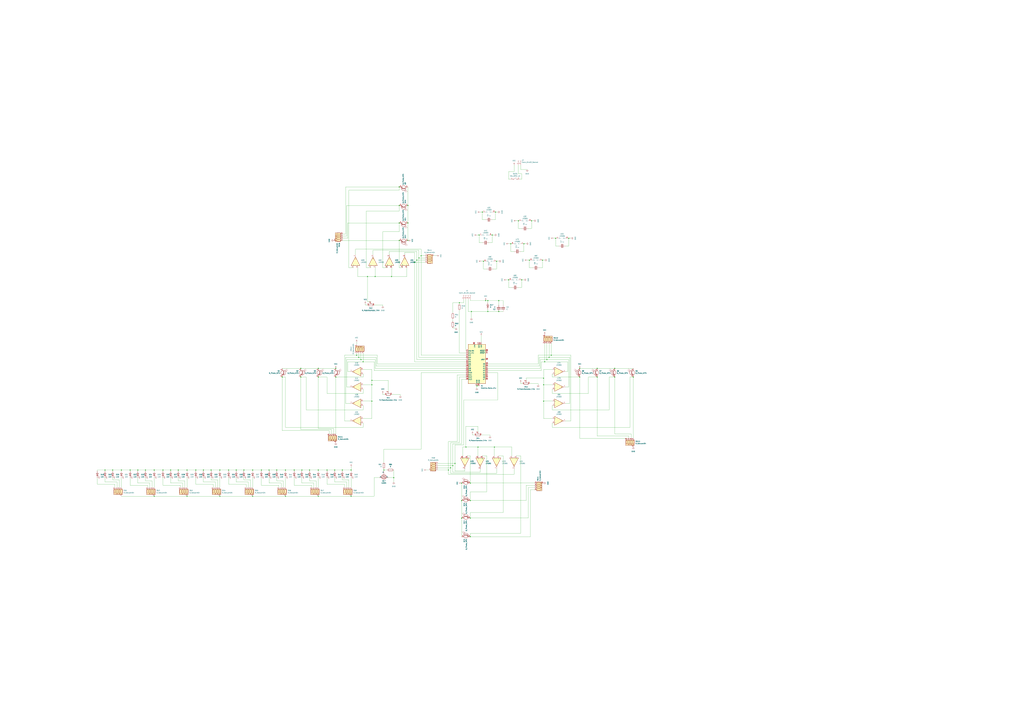
<source format=kicad_sch>
(kicad_sch (version 20250114) (generator "eeschema") (generator_version "9.0")
  (paper "A0")
  (junction (at 168.91 546.1))
  (junction (at 274.32 546.1))
  (junction (at 481.33 304.8))
  (junction (at 245.11 546.1))
  (junction (at 473.71 279.4))
  (junction (at 312.42 546.1))
  (junction (at 407.67 546.1))
  (junction (at 217.17 546.1))
  (junction (at 673.1 427.99))
  (junction (at 520.7 546.1))
  (junction (at 608.33 283.21))
  (junction (at 528.32 538.48))
  (junction (at 389.89 427.99))
  (junction (at 563.88 349.25))
  (junction (at 255.27 546.1))
  (junction (at 407.67 576.58))
  (junction (at 673.1 438.15))
  (junction (at 535.94 561.34))
  (junction (at 414.02 412.75))
  (junction (at 533.4 351.79))
  (junction (at 421.64 420.37))
  (junction (at 614.68 302.26))
  (junction (at 488.95 297.18))
  (junction (at 160.02 546.1))
  (junction (at 546.1 623.57))
  (junction (at 535.94 581.66))
  (junction (at 525.78 541.02))
  (junction (at 397.51 546.1))
  (junction (at 255.27 576.58))
  (junction (at 590.55 325.12))
  (junction (at 369.57 438.15))
  (junction (at 523.24 543.56))
  (junction (at 341.63 546.1))
  (junction (at 575.31 246.38))
  (junction (at 445.77 546.1))
  (junction (at 457.2 554.99))
  (junction (at 593.09 283.21))
  (junction (at 632.46 420.37))
  (junction (at 693.42 427.99))
  (junction (at 207.01 546.1))
  (junction (at 369.57 427.99))
  (junction (at 349.25 427.99))
  (junction (at 379.73 546.1))
  (junction (at 473.71 259.08))
  (junction (at 283.21 546.1))
  (junction (at 546.1 601.98))
  (junction (at 416.56 415.29))
  (junction (at 179.07 576.58))
  (junction (at 463.55 279.4))
  (junction (at 571.5 273.05))
  (junction (at 293.37 546.1))
  (junction (at 463.55 259.08))
  (junction (at 227.33 546.1))
  (junction (at 645.16 276.86))
  (junction (at 389.89 438.15))
  (junction (at 359.41 546.1))
  (junction (at 566.42 349.25))
  (junction (at 486.41 299.72))
  (junction (at 556.26 273.05))
  (junction (at 151.13 546.1))
  (junction (at 541.02 519.43))
  (junction (at 631.19 439.42))
  (junction (at 576.58 303.53))
  (junction (at 561.34 303.53))
  (junction (at 293.37 576.58))
  (junction (at 605.79 325.12))
  (junction (at 554.99 519.43))
  (junction (at 140.97 546.1))
  (junction (at 574.04 519.43))
  (junction (at 579.12 349.25))
  (junction (at 483.87 302.26))
  (junction (at 236.22 546.1))
  (junction (at 217.17 576.58))
  (junction (at 327.66 438.15))
  (junction (at 546.1 581.66))
  (junction (at 426.72 321.31))
  (junction (at 660.4 276.86))
  (junction (at 303.53 546.1))
  (junction (at 431.8 466.09))
  (junction (at 560.07 246.38))
  (junction (at 617.22 256.54))
  (junction (at 547.37 361.95))
  (junction (at 435.61 321.31))
  (junction (at 579.12 361.95))
  (junction (at 350.52 546.1))
  (junction (at 431.8 441.96))
  (junction (at 121.92 546.1))
  (junction (at 631.19 447.04))
  (junction (at 179.07 546.1))
  (junction (at 265.43 546.1))
  (junction (at 331.47 576.58))
  (junction (at 349.25 438.15))
  (junction (at 198.12 546.1))
  (junction (at 637.54 415.29))
  (junction (at 431.8 447.04))
  (junction (at 631.19 466.09))
  (junction (at 454.66 321.31))
  (junction (at 419.1 417.83))
  (junction (at 693.42 438.15))
  (junction (at 629.92 302.26))
  (junction (at 369.57 576.58))
  (junction (at 635 417.83))
  (junction (at 463.55 217.17))
  (junction (at 735.33 438.15))
  (junction (at 463.55 238.76))
  (junction (at 535.94 601.98))
  (junction (at 321.31 546.1))
  (junction (at 640.08 412.75))
  (junction (at 713.74 438.15))
  (junction (at 546.1 561.34))
  (junction (at 369.57 546.1))
  (junction (at 553.72 448.31))
  (junction (at 601.98 256.54))
  (junction (at 473.71 238.76))
  (junction (at 331.47 546.1))
  (junction (at 713.74 427.99))
  (junction (at 566.42 361.95))
  (junction (at 388.62 546.1))
  (junction (at 130.81 546.1))
  (junction (at 189.23 546.1))
  (wire (pts (xy 214.63 558.8) (xy 214.63 566.42)))
  (wire (pts (xy 601.98 265.43) (xy 601.98 256.54)))
  (wire (pts (xy 618.49 311.15) (xy 614.68 311.15)))
  (wire (pts (xy 541.02 440.69) (xy 535.94 440.69)))
  (wire (pts (xy 596.9 191.77) (xy 596.9 199.39)))
  (wire (pts (xy 327.66 438.15) (xy 327.66 500.38)))
  (wire (pts (xy 557.53 548.64) (xy 557.53 544.83)))
  (wire (pts (xy 535.94 515.62) (xy 525.78 515.62)))
  (wire (pts (xy 425.45 311.15) (xy 425.45 245.11)))
  (wire (pts (xy 397.51 557.53) (xy 397.51 554.99)))
  (wire (pts (xy 604.52 529.59) (xy 604.52 619.76)))
  (wire (pts (xy 331.47 554.99) (xy 331.47 566.42)))
  (wire (pts (xy 535.94 561.34) (xy 535.94 581.66)))
  (wire (pts (xy 567.69 281.94) (xy 571.5 281.94)))
  (wire (pts (xy 255.27 546.1) (xy 265.43 546.1)))
  (wire (pts (xy 173.99 561.34) (xy 160.02 561.34)))
  (wire (pts (xy 379.73 546.1) (xy 369.57 546.1)))
  (wire (pts (xy 414.02 397.51) (xy 414.02 400.05)))
  (wire (pts (xy 113.03 562.61) (xy 113.03 554.99)))
  (wire (pts (xy 179.07 546.1) (xy 179.07 547.37)))
  (wire (pts (xy 323.85 563.88) (xy 323.85 566.42)))
  (wire (pts (xy 452.12 292.1) (xy 452.12 295.91)))
  (wire (pts (xy 435.61 427.99) (xy 541.02 427.99)))
  (wire (pts (xy 530.86 513.08) (xy 520.7 513.08)))
  (wire (pts (xy 405.13 557.53) (xy 405.13 566.42)))
  (wire (pts (xy 530.86 435.61) (xy 541.02 435.61)))
  (wire (pts (xy 255.27 546.1) (xy 245.11 546.1)))
  (wire (pts (xy 168.91 554.99) (xy 168.91 558.8)))
  (wire (pts (xy 561.34 312.42) (xy 561.34 303.53)))
  (wire (pts (xy 463.55 311.15) (xy 463.55 279.4)))
  (wire (pts (xy 438.15 422.91) (xy 541.02 422.91)))
  (wire (pts (xy 355.6 476.25) (xy 355.6 438.15)))
  (wire (pts (xy 121.92 546.1) (xy 113.03 546.1)))
  (wire (pts (xy 543.56 361.95) (xy 547.37 361.95)))
  (wire (pts (xy 369.57 438.15) (xy 369.57 497.84)))
  (wire (pts (xy 328.93 558.8) (xy 328.93 566.42)))
  (wire (pts (xy 369.57 427.99) (xy 349.25 427.99)))
  (wire (pts (xy 397.51 274.32) (xy 402.59 274.32)))
  (wire (pts (xy 400.05 412.75) (xy 400.05 488.95)))
  (wire (pts (xy 538.48 516.89) (xy 538.48 464.82)))
  (wire (pts (xy 599.44 529.59) (xy 604.52 529.59)))
  (wire (pts (xy 546.1 623.57) (xy 615.95 623.57)))
  (wire (pts (xy 641.35 476.25) (xy 707.39 476.25)))
  (wire (pts (xy 713.74 427.99) (xy 735.33 427.99)))
  (wire (pts (xy 624.84 445.77) (xy 624.84 447.04)))
  (wire (pts (xy 637.54 415.29) (xy 626.11 415.29)))
  (wire (pts (xy 584.2 595.63) (xy 546.1 595.63)))
  (wire (pts (xy 488.95 297.18) (xy 488.95 412.75)))
  (wire (pts (xy 135.89 560.07) (xy 135.89 566.42)))
  (wire (pts (xy 463.55 311.15) (xy 467.36 311.15)))
  (wire (pts (xy 312.42 546.1) (xy 312.42 547.37)))
  (wire (pts (xy 546.1 529.59) (xy 546.1 561.34)))
  (wire (pts (xy 421.64 420.37) (xy 434.34 420.37)))
  (wire (pts (xy 419.1 417.83) (xy 435.61 417.83)))
  (wire (pts (xy 575.31 246.38) (xy 575.31 255.27)))
  (wire (pts (xy 566.42 422.91) (xy 624.84 422.91)))
  (wire (pts (xy 707.39 438.15) (xy 713.74 438.15)))
  (wire (pts (xy 631.19 466.09) (xy 631.19 447.04)))
  (wire (pts (xy 590.55 334.01) (xy 590.55 325.12)))
  (wire (pts (xy 113.03 546.1) (xy 113.03 547.37)))
  (wire (pts (xy 645.16 285.75) (xy 645.16 276.86)))
  (wire (pts (xy 151.13 554.99) (xy 151.13 563.88)))
  (wire (pts (xy 627.38 417.83) (xy 635 417.83)))
  (wire (pts (xy 331.47 576.58) (xy 369.57 576.58)))
  (wire (pts (xy 641.35 471.17) (xy 641.35 476.25)))
  (wire (pts (xy 397.51 271.78) (xy 401.32 271.78)))
  (wire (pts (xy 574.04 529.59) (xy 574.04 519.43)))
  (wire (pts (xy 349.25 427.99) (xy 327.66 427.99)))
  (wire (pts (xy 662.94 488.95) (xy 656.59 488.95)))
  (wire (pts (xy 525.78 515.62) (xy 525.78 541.02)))
  (wire (pts (xy 626.11 311.15) (xy 629.92 311.15)))
  (wire (pts (xy 535.94 440.69) (xy 535.94 515.62)))
  (wire (pts (xy 227.33 546.1) (xy 227.33 547.37)))
  (wire (pts (xy 568.96 505.46) (xy 568.96 506.73)))
  (wire (pts (xy 565.15 571.5) (xy 565.15 529.59)))
  (wire (pts (xy 425.45 245.11) (xy 463.55 245.11)))
  (wire (pts (xy 359.41 558.8) (xy 367.03 558.8)))
  (wire (pts (xy 629.92 302.26) (xy 629.92 311.15)))
  (wire (pts (xy 641.35 438.15) (xy 673.1 438.15)))
  (wire (pts (xy 431.8 441.96) (xy 431.8 447.04)))
  (wire (pts (xy 173.99 566.42) (xy 173.99 561.34)))
  (wire (pts (xy 481.33 304.8) (xy 481.33 293.37)))
  (wire (pts (xy 212.09 566.42) (xy 212.09 561.34)))
  (wire (pts (xy 388.62 554.99) (xy 388.62 560.07)))
  (wire (pts (xy 355.6 438.15) (xy 349.25 438.15)))
  (wire (pts (xy 543.56 347.98) (xy 543.56 361.95)))
  (wire (pts (xy 384.81 499.11) (xy 384.81 504.19)))
  (wire (pts (xy 481.33 420.37) (xy 541.02 420.37)))
  (wire (pts (xy 414.02 410.21) (xy 414.02 412.75)))
  (wire (pts (xy 245.11 546.1) (xy 236.22 546.1)))
  (wire (pts (xy 596.9 551.18) (xy 596.9 544.83)))
  (wire (pts (xy 400.05 562.61) (xy 400.05 566.42)))
  (wire (pts (xy 400.05 562.61) (xy 379.73 562.61)))
  (wire (pts (xy 615.95 623.57) (xy 615.95 568.96)))
  (wire (pts (xy 415.29 321.31) (xy 426.72 321.31)))
  (wire (pts (xy 424.18 353.06) (xy 424.18 354.33)))
  (wire (pts (xy 369.57 576.58) (xy 407.67 576.58)))
  (wire (pts (xy 556.26 273.05) (xy 553.72 273.05)))
  (wire (pts (xy 379.73 562.61) (xy 379.73 554.99)))
  (wire (pts (xy 656.59 285.75) (xy 660.4 285.75)))
  (wire (pts (xy 433.07 295.91) (xy 433.07 290.83)))
  (wire (pts (xy 290.83 566.42) (xy 290.83 557.53)))
  (wire (pts (xy 421.64 429.26) (xy 431.8 429.26)))
  (wire (pts (xy 406.4 431.8) (xy 403.86 431.8)))
  (wire (pts (xy 209.55 563.88) (xy 209.55 566.42)))
  (wire (pts (xy 133.35 566.42) (xy 133.35 562.61)))
  (wire (pts (xy 713.74 504.19) (xy 713.74 438.15)))
  (wire (pts (xy 541.02 519.43) (xy 554.99 519.43)))
  (wire (pts (xy 265.43 562.61) (xy 265.43 554.99)))
  (wire (pts (xy 331.47 546.1) (xy 321.31 546.1)))
  (wire (pts (xy 424.18 354.33) (xy 426.72 354.33)))
  (wire (pts (xy 426.72 350.52) (xy 430.53 350.52)))
  (wire (pts (xy 546.1 619.76) (xy 546.1 623.57)))
  (wire (pts (xy 198.12 546.1) (xy 189.23 546.1)))
  (wire (pts (xy 626.11 415.29) (xy 626.11 425.45)))
  (wire (pts (xy 463.55 245.11) (xy 463.55 238.76)))
  (wire (pts (xy 255.27 576.58) (xy 293.37 576.58)))
  (wire (pts (xy 576.58 303.53) (xy 576.58 312.42)))
  (wire (pts (xy 293.37 546.1) (xy 283.21 546.1)))
  (wire (pts (xy 546.1 581.66) (xy 610.87 581.66)))
  (wire (pts (xy 617.22 256.54) (xy 619.76 256.54)))
  (wire (pts (xy 525.78 351.79) (xy 525.78 363.22)))
  (wire (pts (xy 506.73 297.18) (xy 504.19 297.18)))
  (wire (pts (xy 533.4 353.06) (xy 533.4 351.79)))
  (wire (pts (xy 605.79 265.43) (xy 601.98 265.43)))
  (wire (pts (xy 407.67 542.29) (xy 407.67 546.1)))
  (wire (pts (xy 312.42 561.34) (xy 312.42 554.99)))
  (wire (pts (xy 539.75 547.37) (xy 528.32 547.37)))
  (wire (pts (xy 637.54 415.29) (xy 661.67 415.29)))
  (wire (pts (xy 405.13 311.15) (xy 405.13 220.98)))
  (wire (pts (xy 367.03 558.8) (xy 367.03 566.42)))
  (wire (pts (xy 401.32 217.17) (xy 463.55 217.17)))
  (wire (pts (xy 283.21 546.1) (xy 283.21 547.37)))
  (wire (pts (xy 379.73 457.2) (xy 421.64 457.2)))
  (wire (pts (xy 359.41 546.1) (xy 359.41 547.37)))
  (wire (pts (xy 464.82 458.47) (xy 464.82 459.74)))
  (wire (pts (xy 608.33 283.21) (xy 610.87 283.21)))
  (wire (pts (xy 631.19 486.41) (xy 631.19 466.09)))
  (wire (pts (xy 641.35 466.09) (xy 631.19 466.09)))
  (wire (pts (xy 541.02 495.3) (xy 541.02 519.43)))
  (wire (pts (xy 430.53 311.15) (xy 425.45 311.15)))
  (wire (pts (xy 369.57 438.15) (xy 379.73 438.15)))
  (wire (pts (xy 593.09 292.1) (xy 593.09 283.21)))
  (wire (pts (xy 571.5 273.05) (xy 574.04 273.05)))
  (wire (pts (xy 541.02 347.98) (xy 541.02 407.67)))
  (wire (pts (xy 444.5 311.15) (xy 449.58 311.15)))
  (wire (pts (xy 457.2 546.1) (xy 457.2 554.99)))
  (wire (pts (xy 601.98 191.77) (xy 601.98 201.93)))
  (wire (pts (xy 486.41 415.29) (xy 541.02 415.29)))
  (wire (pts (xy 488.95 433.07) (xy 541.02 433.07)))
  (wire (pts (xy 419.1 410.21) (xy 419.1 417.83)))
  (wire (pts (xy 312.42 546.1) (xy 303.53 546.1)))
  (wire (pts (xy 508 541.02) (xy 525.78 541.02)))
  (wire (pts (xy 444.5 457.2) (xy 444.5 458.47)))
  (wire (pts (xy 416.56 415.29) (xy 436.88 415.29)))
  (wire (pts (xy 565.15 529.59) (xy 560.07 529.59)))
  (wire (pts (xy 546.1 529.59) (xy 542.29 529.59)))
  (wire (pts (xy 473.71 259.08) (xy 473.71 238.76)))
  (wire (pts (xy 707.39 476.25) (xy 707.39 438.15)))
  (wire (pts (xy 731.52 496.57) (xy 731.52 438.15)))
  (wire (pts (xy 556.26 281.94) (xy 556.26 273.05)))
  (wire (pts (xy 486.41 290.83) (xy 486.41 299.72)))
  (wire (pts (xy 693.42 438.15) (xy 683.26 438.15)))
  (wire (pts (xy 537.21 519.43) (xy 541.02 519.43)))
  (wire (pts (xy 730.25 506.73) (xy 730.25 509.27)))
  (wire (pts (xy 434.34 354.33) (xy 444.5 354.33)))
  (wire (pts (xy 236.22 546.1) (xy 236.22 547.37)))
  (wire (pts (xy 274.32 554.99) (xy 274.32 560.07)))
  (wire (pts (xy 321.31 546.1) (xy 321.31 547.37)))
  (wire (pts (xy 610.87 563.88) (xy 621.03 563.88)))
  (wire (pts (xy 403.86 259.08) (xy 463.55 259.08)))
  (wire (pts (xy 421.64 491.49) (xy 421.64 496.57)))
  (wire (pts (xy 434.34 420.37) (xy 434.34 430.53)))
  (wire (pts (xy 402.59 560.07) (xy 402.59 566.42)))
  (wire (pts (xy 207.01 546.1) (xy 207.01 547.37)))
  (wire (pts (xy 528.32 538.48) (xy 528.32 547.37)))
  (wire (pts (xy 481.33 304.8) (xy 494.03 304.8)))
  (wire (pts (xy 535.94 601.98) (xy 535.94 623.57)))
  (wire (pts (xy 434.34 430.53) (xy 541.02 430.53)))
  (wire (pts (xy 168.91 558.8) (xy 176.53 558.8)))
  (wire (pts (xy 541.02 438.15) (xy 533.4 438.15)))
  (wire (pts (xy 640.08 398.78) (xy 640.08 412.75)))
  (wire (pts (xy 610.87 581.66) (xy 610.87 563.88)))
  (wire (pts (xy 560.07 246.38) (xy 557.53 246.38)))
  (wire (pts (xy 421.64 486.41) (xy 431.8 486.41)))
  (wire (pts (xy 402.59 274.32) (xy 402.59 238.76)))
  (wire (pts (xy 539.75 544.83) (xy 539.75 547.37)))
  (wire (pts (xy 403.86 276.86) (xy 403.86 259.08)))
  (wire (pts (xy 189.23 546.1) (xy 179.07 546.1)))
  (wire (pts (xy 547.37 361.95) (xy 566.42 361.95)))
  (wire (pts (xy 401.32 271.78) (xy 401.32 217.17)))
  (wire (pts (xy 140.97 546.1) (xy 130.81 546.1)))
  (wire (pts (xy 641.35 486.41) (xy 631.19 486.41)))
  (wire (pts (xy 661.67 468.63) (xy 661.67 415.29)))
  (wire (pts (xy 641.35 491.49) (xy 641.35 496.57)))
  (wire (pts (xy 488.95 521.97) (xy 488.95 433.07)))
  (wire (pts (xy 546.1 595.63) (xy 546.1 601.98)))
  (wire (pts (xy 594.36 529.59) (xy 594.36 519.43)))
  (wire (pts (xy 274.32 560.07) (xy 288.29 560.07)))
  (wire (pts (xy 341.63 546.1) (xy 331.47 546.1)))
  (wire (pts (xy 683.26 457.2) (xy 641.35 457.2)))
  (wire (pts (xy 627.38 427.99) (xy 627.38 417.83)))
  (wire (pts (xy 594.36 334.01) (xy 590.55 334.01)))
  (wire (pts (xy 130.81 546.1) (xy 130.81 547.37)))
  (wire (pts (xy 121.92 560.07) (xy 135.89 560.07)))
  (wire (pts (xy 553.72 448.31) (xy 553.72 450.85)))
  (wire (pts (xy 571.5 255.27) (xy 575.31 255.27)))
  (wire (pts (xy 207.01 546.1) (xy 198.12 546.1)))
  (wire (pts (xy 189.23 554.99) (xy 189.23 563.88)))
  (wire (pts (xy 436.88 425.45) (xy 541.02 425.45)))
  (wire (pts (xy 656.59 431.8) (xy 659.13 431.8)))
  (wire (pts (xy 326.39 566.42) (xy 326.39 561.34)))
  (wire (pts (xy 483.87 302.26) (xy 483.87 292.1)))
  (wire (pts (xy 227.33 546.1) (xy 217.17 546.1)))
  (wire (pts (xy 576.58 549.91) (xy 523.24 549.91)))
  (wire (pts (xy 525.78 541.02) (xy 525.78 548.64)))
  (wire (pts (xy 151.13 546.1) (xy 151.13 547.37)))
  (wire (pts (xy 632.46 398.78) (xy 632.46 420.37)))
  (wire (pts (xy 584.2 354.33) (xy 584.2 349.25)))
  (wire (pts (xy 138.43 557.53) (xy 130.81 557.53)))
  (wire (pts (xy 179.07 554.99) (xy 179.07 566.42)))
  (wire (pts (xy 576.58 303.53) (xy 579.12 303.53)))
  (wire (pts (xy 548.64 504.19) (xy 548.64 505.46)))
  (wire (pts (xy 350.52 561.34) (xy 350.52 554.99)))
  (wire (pts (xy 604.52 196.85) (xy 612.14 196.85)))
  (wire (pts (xy 176.53 558.8) (xy 176.53 566.42)))
  (wire (pts (xy 727.71 509.27) (xy 673.1 509.27)))
  (wire (pts (xy 604.52 444.5) (xy 604.52 445.77)))
  (wire (pts (xy 290.83 557.53) (xy 283.21 557.53)))
  (wire (pts (xy 483.87 302.26) (xy 483.87 417.83)))
  (wire (pts (xy 283.21 546.1) (xy 274.32 546.1)))
  (wire (pts (xy 440.69 554.99) (xy 434.34 554.99)))
  (wire (pts (xy 584.2 529.59) (xy 584.2 595.63)))
  (wire (pts (xy 683.26 438.15) (xy 683.26 457.2)))
  (wire (pts (xy 558.8 505.46) (xy 568.96 505.46)))
  (wire (pts (xy 369.57 497.84) (xy 387.35 497.84)))
  (wire (pts (xy 601.98 201.93) (xy 605.79 201.93)))
  (wire (pts (xy 495.3 546.1) (xy 497.84 546.1)))
  (wire (pts (xy 401.32 468.63) (xy 401.32 415.29)))
  (wire (pts (xy 488.95 289.56) (xy 412.75 289.56)))
  (wire (pts (xy 421.64 457.2) (xy 421.64 452.12)))
  (wire (pts (xy 364.49 566.42) (xy 364.49 561.34)))
  (wire (pts (xy 435.61 311.15) (xy 435.61 321.31)))
  (wire (pts (xy 673.1 438.15) (xy 673.1 509.27)))
  (wire (pts (xy 402.59 417.83) (xy 402.59 449.58)))
  (wire (pts (xy 601.98 256.54) (xy 599.44 256.54)))
  (wire (pts (xy 605.79 208.28) (xy 603.25 208.28)))
  (wire (pts (xy 533.4 438.15) (xy 533.4 514.35)))
  (wire (pts (xy 632.46 420.37) (xy 659.13 420.37)))
  (wire (pts (xy 283.21 557.53) (xy 283.21 554.99)))
  (wire (pts (xy 445.77 521.97) (xy 488.95 521.97)))
  (wire (pts (xy 473.71 238.76) (xy 473.71 217.17)))
  (wire (pts (xy 713.74 504.19) (xy 732.79 504.19)))
  (wire (pts (xy 566.42 349.25) (xy 579.12 349.25)))
  (wire (pts (xy 410.21 311.15) (xy 405.13 311.15)))
  (wire (pts (xy 693.42 427.99) (xy 713.74 427.99)))
  (wire (pts (xy 444.5 269.24) (xy 444.5 311.15)))
  (wire (pts (xy 525.78 548.64) (xy 557.53 548.64)))
  (wire (pts (xy 236.22 560.07) (xy 250.19 560.07)))
  (wire (pts (xy 198.12 561.34) (xy 198.12 554.99)))
  (wire (pts (xy 361.95 563.88) (xy 361.95 566.42)))
  (wire (pts (xy 596.9 292.1) (xy 593.09 292.1)))
  (wire (pts (xy 566.42 359.41) (xy 566.42 361.95)))
  (wire (pts (xy 610.87 441.96) (xy 610.87 439.42)))
  (wire (pts (xy 486.41 299.72) (xy 494.03 299.72)))
  (wire (pts (xy 138.43 566.42) (xy 138.43 557.53)))
  (wire (pts (xy 168.91 546.1) (xy 168.91 547.37)))
  (wire (pts (xy 571.5 273.05) (xy 571.5 281.94)))
  (wire (pts (xy 577.85 433.07) (xy 577.85 464.82)))
  (wire (pts (xy 434.34 576.58) (xy 434.34 554.99)))
  (wire (pts (xy 1247.14 15.24) (xy 1247.14 29.21)))
  (wire (pts (xy 168.91 546.1) (xy 160.02 546.1)))
  (wire (pts (xy 431.8 466.09) (xy 431.8 447.04)))
  (wire (pts (xy 247.65 562.61) (xy 227.33 562.61)))
  (wire (pts (xy 401.32 415.29) (xy 416.56 415.29)))
  (wire (pts (xy 445.77 546.1) (xy 445.77 547.37)))
  (wire (pts (xy 151.13 546.1) (xy 140.97 546.1)))
  (wire (pts (xy 454.66 321.31) (xy 454.66 311.15)))
  (wire (pts (xy 613.41 601.98) (xy 613.41 566.42)))
  (wire (pts (xy 566.42 361.95) (xy 579.12 361.95)))
  (wire (pts (xy 444.5 354.33) (xy 444.5 355.6)))
  (wire (pts (xy 604.52 191.77) (xy 604.52 196.85)))
  (wire (pts (xy 631.19 429.26) (xy 631.19 439.42)))
  (wire (pts (xy 481.33 304.8) (xy 481.33 420.37)))
  (wire (pts (xy 576.58 544.83) (xy 576.58 549.91)))
  (wire (pts (xy 179.07 576.58) (xy 217.17 576.58)))
  (wire (pts (xy 407.67 546.1) (xy 407.67 547.37)))
  (wire (pts (xy 594.36 519.43) (xy 574.04 519.43)))
  (wire (pts (xy 421.64 471.17) (xy 421.64 476.25)))
  (wire (pts (xy 624.84 412.75) (xy 640.08 412.75)))
  (wire (pts (xy 533.4 351.79) (xy 538.48 351.79)))
  (wire (pts (xy 303.53 546.1) (xy 303.53 547.37)))
  (wire (pts (xy 379.73 546.1) (xy 379.73 547.37)))
  (wire (pts (xy 554.99 495.3) (xy 541.02 495.3)))
  (wire (pts (xy 303.53 546.1) (xy 293.37 546.1)))
  (wire (pts (xy 438.15 422.91) (xy 438.15 412.75)))
  (wire (pts (xy 469.9 295.91) (xy 469.9 293.37)))
  (wire (pts (xy 265.43 546.1) (xy 265.43 547.37)))
  (wire (pts (xy 558.8 389.89) (xy 558.8 397.51)))
  (wire (pts (xy 546.1 601.98) (xy 613.41 601.98)))
  (wire (pts (xy 463.55 269.24) (xy 444.5 269.24)))
  (wire (pts (xy 530.86 513.08) (xy 530.86 435.61)))
  (wire (pts (xy 488.95 297.18) (xy 494.03 297.18)))
  (wire (pts (xy 444.5 458.47) (xy 447.04 458.47)))
  (wire (pts (xy 483.87 417.83) (xy 541.02 417.83)))
  (wire (pts (xy 538.48 464.82) (xy 577.85 464.82)))
  (wire (pts (xy 525.78 370.84) (xy 525.78 373.38)))
  (wire (pts (xy 160.02 546.1) (xy 151.13 546.1)))
  (wire (pts (xy 121.92 546.1) (xy 121.92 547.37)))
  (wire (pts (xy 520.7 546.1) (xy 520.7 551.18)))
  (wire (pts (xy 553.72 448.31) (xy 556.26 448.31)))
  (wire (pts (xy 326.39 561.34) (xy 312.42 561.34)))
  (wire (pts (xy 546.1 349.25) (xy 563.88 349.25)))
  (wire (pts (xy 546.1 347.98) (xy 546.1 349.25)))
  (wire (pts (xy 560.07 281.94) (xy 556.26 281.94)))
  (wire (pts (xy 548.64 505.46) (xy 551.18 505.46)))
  (wire (pts (xy 560.07 255.27) (xy 560.07 246.38)))
  (wire (pts (xy 673.1 427.99) (xy 693.42 427.99)))
  (wire (pts (xy 635 417.83) (xy 660.4 417.83)))
  (wire (pts (xy 421.64 438.15) (xy 421.64 434.34)))
  (wire (pts (xy 402.59 238.76) (xy 463.55 238.76)))
  (wire (pts (xy 421.64 466.09) (xy 431.8 466.09)))
  (wire (pts (xy 629.92 302.26) (xy 632.46 302.26)))
  (wire (pts (xy 397.51 546.1) (xy 388.62 546.1)))
  (wire (pts (xy 207.01 554.99) (xy 207.01 558.8)))
  (wire (pts (xy 566.42 427.99) (xy 627.38 427.99)))
  (wire (pts (xy 426.72 321.31) (xy 435.61 321.31)))
  (wire (pts (xy 245.11 546.1) (xy 245.11 547.37)))
  (wire (pts (xy 641.35 429.26) (xy 631.19 429.26)))
  (wire (pts (xy 614.68 445.77) (xy 624.84 445.77)))
  (wire (pts (xy 566.42 425.45) (xy 626.11 425.45)))
  (wire (pts (xy 341.63 546.1) (xy 341.63 547.37)))
  (wire (pts (xy 525.78 351.79) (xy 533.4 351.79)))
  (wire (pts (xy 252.73 566.42) (xy 252.73 557.53)))
  (wire (pts (xy 593.09 283.21) (xy 590.55 283.21)))
  (wire (pts (xy 605.79 325.12) (xy 608.33 325.12)))
  (wire (pts (xy 523.24 514.35) (xy 533.4 514.35)))
  (wire (pts (xy 537.21 529.59) (xy 537.21 519.43)))
  (wire (pts (xy 341.63 563.88) (xy 361.95 563.88)))
  (wire (pts (xy 426.72 321.31) (xy 426.72 350.52)))
  (wire (pts (xy 584.2 349.25) (xy 579.12 349.25)))
  (wire (pts (xy 641.35 457.2) (xy 641.35 452.12)))
  (wire (pts (xy 207.01 558.8) (xy 214.63 558.8)))
  (wire (pts (xy 433.07 290.83) (xy 486.41 290.83)))
  (wire (pts (xy 387.35 497.84) (xy 387.35 504.19)))
  (wire (pts (xy 604.52 445.77) (xy 607.06 445.77)))
  (wire (pts (xy 473.71 279.4) (xy 473.71 259.08)))
  (wire (pts (xy 400.05 488.95) (xy 406.4 488.95)))
  (wire (pts (xy 303.53 554.99) (xy 303.53 563.88)))
  (wire (pts (xy 613.41 265.43) (xy 617.22 265.43)))
  (wire (pts (xy 133.35 562.61) (xy 113.03 562.61)))
  (wire (pts (xy 608.33 283.21) (xy 608.33 292.1)))
  (wire (pts (xy 435.61 427.99) (xy 435.61 417.83)))
  (wire (pts (xy 472.44 311.15) (xy 472.44 321.31)))
  (wire (pts (xy 590.55 199.39) (xy 590.55 208.28)))
  (wire (pts (xy 414.02 412.75) (xy 438.15 412.75)))
  (wire (pts (xy 572.77 312.42) (xy 576.58 312.42)))
  (wire (pts (xy 575.31 246.38) (xy 577.85 246.38)))
  (wire (pts (xy 454.66 458.47) (xy 464.82 458.47)))
  (wire (pts (xy 535.94 581.66) (xy 535.94 601.98)))
  (wire (pts (xy 436.88 415.29) (xy 436.88 425.45)))
  (wire (pts (xy 579.12 529.59) (xy 584.2 529.59)))
  (wire (pts (xy 561.34 303.53) (xy 558.8 303.53)))
  (wire (pts (xy 389.89 427.99) (xy 369.57 427.99)))
  (wire (pts (xy 735.33 438.15) (xy 735.33 509.27)))
  (wire (pts (xy 693.42 506.73) (xy 730.25 506.73)))
  (wire (pts (xy 648.97 285.75) (xy 645.16 285.75)))
  (wire (pts (xy 486.41 299.72) (xy 486.41 415.29)))
  (wire (pts (xy 693.42 438.15) (xy 693.42 506.73)))
  (wire (pts (xy 403.86 420.37) (xy 421.64 420.37)))
  (wire (pts (xy 431.8 447.04) (xy 421.64 447.04)))
  (wire (pts (xy 435.61 321.31) (xy 454.66 321.31)))
  (wire (pts (xy 331.47 438.15) (xy 327.66 438.15)))
  (wire (pts (xy 160.02 561.34) (xy 160.02 554.99)))
  (wire (pts (xy 198.12 546.1) (xy 198.12 547.37)))
  (wire (pts (xy 350.52 546.1) (xy 341.63 546.1)))
  (wire (pts (xy 546.1 571.5) (xy 565.15 571.5)))
  (wire (pts (xy 590.55 325.12) (xy 588.01 325.12)))
  (wire (pts (xy 631.19 447.04) (xy 641.35 447.04)))
  (wire (pts (xy 227.33 562.61) (xy 227.33 554.99)))
  (wire (pts (xy 407.67 576.58) (xy 434.34 576.58)))
  (wire (pts (xy 538.48 347.98) (xy 538.48 351.79)))
  (wire (pts (xy 421.64 496.57) (xy 331.47 496.57)))
  (wire (pts (xy 293.37 576.58) (xy 331.47 576.58)))
  (wire (pts (xy 255.27 554.99) (xy 255.27 566.42)))
  (wire (pts (xy 274.32 546.1) (xy 265.43 546.1)))
  (wire (pts (xy 628.65 420.37) (xy 632.46 420.37)))
  (wire (pts (xy 617.22 256.54) (xy 617.22 265.43)))
  (wire (pts (xy 450.85 441.96) (xy 431.8 441.96)))
  (wire (pts (xy 660.4 449.58) (xy 656.59 449.58)))
  (wire (pts (xy 554.99 519.43) (xy 554.99 529.59)))
  (wire (pts (xy 457.2 554.99) (xy 457.2 560.07)))
  (wire (pts (xy 523.24 514.35) (xy 523.24 543.56)))
  (wire (pts (xy 179.07 546.1) (xy 168.91 546.1)))
  (wire (pts (xy 614.68 302.26) (xy 612.14 302.26)))
  (wire (pts (xy 483.87 292.1) (xy 452.12 292.1)))
  (wire (pts (xy 656.59 468.63) (xy 661.67 468.63)))
  (wire (pts (xy 431.8 429.26) (xy 431.8 441.96)))
  (wire (pts (xy 285.75 566.42) (xy 285.75 562.61)))
  (wire (pts (xy 605.79 201.93) (xy 605.79 208.28)))
  (wire (pts (xy 405.13 557.53) (xy 397.51 557.53)))
  (wire (pts (xy 731.52 438.15) (xy 735.33 438.15)))
  (wire (pts (xy 449.58 546.1) (xy 445.77 546.1)))
  (wire (pts (xy 407.67 576.58) (xy 407.67 575.31)))
  (wire (pts (xy 483.87 302.26) (xy 494.03 302.26)))
  (wire (pts (xy 171.45 563.88) (xy 171.45 566.42)))
  (wire (pts (xy 217.17 546.1) (xy 207.01 546.1)))
  (wire (pts (xy 577.85 433.07) (xy 566.42 433.07)))
  (wire (pts (xy 331.47 546.1) (xy 331.47 547.37)))
  (wire (pts (xy 635 398.78) (xy 635 417.83)))
  (wire (pts (xy 463.55 259.08) (xy 463.55 269.24)))
  (wire (pts (xy 640.08 412.75) (xy 662.94 412.75)))
  (wire (pts (xy 563.88 349.25) (xy 566.42 349.25)))
  (wire (pts (xy 579.12 349.25) (xy 579.12 354.33)))
  (wire (pts (xy 523.24 549.91) (xy 523.24 543.56)))
  (wire (pts (xy 660.4 276.86) (xy 660.4 285.75)))
  (wire (pts (xy 415.29 311.15) (xy 415.29 321.31)))
  (wire (pts (xy 389.89 504.19) (xy 389.89 438.15)))
  (wire (pts (xy 245.11 557.53) (xy 245.11 554.99)))
  (wire (pts (xy 382.27 500.38) (xy 382.27 504.19)))
  (wire (pts (xy 565.15 312.42) (xy 561.34 312.42)))
  (wire (pts (xy 469.9 293.37) (xy 481.33 293.37)))
  (wire (pts (xy 364.49 561.34) (xy 350.52 561.34)))
  (wire (pts (xy 252.73 557.53) (xy 245.11 557.53)))
  (wire (pts (xy 445.77 537.21) (xy 445.77 521.97)))
  (wire (pts (xy 610.87 439.42) (xy 631.19 439.42)))
  (wire (pts (xy 321.31 558.8) (xy 328.93 558.8)))
  (wire (pts (xy 421.64 438.15) (xy 389.89 438.15)))
  (wire (pts (xy 525.78 381) (xy 529.59 381)))
  (wire (pts (xy 528.32 516.89) (xy 538.48 516.89)))
  (wire (pts (xy 445.77 544.83) (xy 445.77 546.1)))
  (wire (pts (xy 406.4 468.63) (xy 401.32 468.63)))
  (wire (pts (xy 554.99 501.65) (xy 554.99 495.3)))
  (wire (pts (xy 151.13 563.88) (xy 171.45 563.88)))
  (wire (pts (xy 596.9 199.39) (xy 590.55 199.39)))
  (wire (pts (xy 212.09 561.34) (xy 198.12 561.34)))
  (wire (pts (xy 397.51 546.1) (xy 397.51 547.37)))
  (wire (pts (xy 274.32 546.1) (xy 274.32 547.37)))
  (wire (pts (xy 130.81 557.53) (xy 130.81 554.99)))
  (wire (pts (xy 369.57 546.1) (xy 359.41 546.1)))
  (wire (pts (xy 403.86 431.8) (xy 403.86 420.37)))
  (wire (pts (xy 662.94 412.75) (xy 662.94 488.95)))
  (wire (pts (xy 614.68 311.15) (xy 614.68 302.26)))
  (wire (pts (xy 236.22 546.1) (xy 227.33 546.1)))
  (wire (pts (xy 160.02 546.1) (xy 160.02 547.37)))
  (wire (pts (xy 293.37 554.99) (xy 293.37 566.42)))
  (wire (pts (xy 641.35 496.57) (xy 731.52 496.57)))
  (wire (pts (xy 628.65 420.37) (xy 628.65 430.53)))
  (wire (pts (xy 660.4 276.86) (xy 662.94 276.86)))
  (wire (pts (xy 421.64 410.21) (xy 421.64 420.37)))
  (wire (pts (xy 541.02 410.21) (xy 533.4 410.21)))
  (wire (pts (xy 250.19 560.07) (xy 250.19 566.42)))
  (wire (pts (xy 645.16 276.86) (xy 642.62 276.86)))
  (wire (pts (xy 624.84 422.91) (xy 624.84 412.75)))
  (wire (pts (xy 566.42 430.53) (xy 628.65 430.53)))
  (wire (pts (xy 488.95 289.56) (xy 488.95 297.18)))
  (wire (pts (xy 217.17 554.99) (xy 217.17 566.42)))
  (wire (pts (xy 349.25 438.15) (xy 349.25 499.11)))
  (wire (pts (xy 601.98 334.01) (xy 605.79 334.01)))
  (wire (pts (xy 416.56 410.21) (xy 416.56 415.29)))
  (wire (pts (xy 637.54 398.78) (xy 637.54 415.29)))
  (wire (pts (xy 463.55 220.98) (xy 463.55 217.17)))
  (wire (pts (xy 327.66 500.38) (xy 382.27 500.38)))
  (wire (pts (xy 520.7 551.18) (xy 596.9 551.18)))
  (wire (pts (xy 140.97 554.99) (xy 140.97 566.42)))
  (wire (pts (xy 321.31 554.99) (xy 321.31 558.8)))
  (wire (pts (xy 369.57 554.99) (xy 369.57 566.42)))
  (wire (pts (xy 454.66 321.31) (xy 472.44 321.31)))
  (wire (pts (xy 402.59 417.83) (xy 419.1 417.83)))
  (wire (pts (xy 369.57 546.1) (xy 369.57 547.37)))
  (wire (pts (xy 421.64 476.25) (xy 355.6 476.25)))
  (wire (pts (xy 350.52 546.1) (xy 350.52 547.37)))
  (wire (pts (xy 217.17 576.58) (xy 255.27 576.58)))
  (wire (pts (xy 450.85 454.66) (xy 450.85 441.96)))
  (wire (pts (xy 412.75 289.56) (xy 412.75 295.91)))
  (wire (pts (xy 405.13 220.98) (xy 463.55 220.98)))
  (wire (pts (xy 407.67 554.99) (xy 407.67 566.42)))
  (wire (pts (xy 140.97 546.1) (xy 140.97 547.37)))
  (wire (pts (xy 641.35 438.15) (xy 641.35 434.34)))
  (wire (pts (xy 321.31 546.1) (xy 312.42 546.1)))
  (wire (pts (xy 402.59 449.58) (xy 406.4 449.58)))
  (wire (pts (xy 508 543.56) (xy 523.24 543.56)))
  (wire (pts (xy 488.95 412.75) (xy 541.02 412.75)))
  (wire (pts (xy 388.62 560.07) (xy 402.59 560.07)))
  (wire (pts (xy 508 546.1) (xy 520.7 546.1)))
  (wire (pts (xy 659.13 431.8) (xy 659.13 420.37)))
  (wire (pts (xy 341.63 554.99) (xy 341.63 563.88)))
  (wire (pts (xy 121.92 554.99) (xy 121.92 560.07)))
  (wire (pts (xy 189.23 563.88) (xy 209.55 563.88)))
  (wire (pts (xy 388.62 546.1) (xy 388.62 547.37)))
  (wire (pts (xy 732.79 504.19) (xy 732.79 509.27)))
  (wire (pts (xy 288.29 560.07) (xy 288.29 566.42)))
  (wire (pts (xy 566.42 349.25) (xy 566.42 351.79)))
  (wire (pts (xy 533.4 360.68) (xy 533.4 410.21)))
  (wire (pts (xy 359.41 554.99) (xy 359.41 558.8)))
  (wire (pts (xy 615.95 568.96) (xy 621.03 568.96)))
  (wire (pts (xy 604.52 292.1) (xy 608.33 292.1)))
  (wire (pts (xy 388.62 546.1) (xy 379.73 546.1)))
  (wire (pts (xy 359.41 546.1) (xy 350.52 546.1)))
  (wire (pts (xy 604.52 619.76) (xy 546.1 619.76)))
  (wire (pts (xy 605.79 325.12) (xy 605.79 334.01)))
  (wire (pts (xy 563.88 255.27) (xy 560.07 255.27)))
  (wire (pts (xy 450.85 554.99) (xy 457.2 554.99)))
  (wire (pts (xy 547.37 361.95) (xy 547.37 369.57)))
  (wire (pts (xy 397.51 276.86) (xy 403.86 276.86)))
  (wire (pts (xy 660.4 417.83) (xy 660.4 449.58)))
  (wire (pts (xy 379.73 438.15) (xy 379.73 457.2)))
  (wire (pts (xy 621.03 561.34) (xy 546.1 561.34)))
  (wire (pts (xy 407.67 546.1) (xy 397.51 546.1)))
  (wire (pts (xy 613.41 566.42) (xy 621.03 566.42)))
  (wire (pts (xy 528.32 516.89) (xy 528.32 538.48)))
  (wire (pts (xy 255.27 546.1) (xy 255.27 547.37)))
  (wire (pts (xy 130.81 546.1) (xy 121.92 546.1)))
  (wire (pts (xy 217.17 546.1) (xy 217.17 547.37)))
  (wire (pts (xy 349.25 499.11) (xy 384.81 499.11)))
  (wire (pts (xy 590.55 208.28) (xy 593.09 208.28)))
  (wire (pts (xy 285.75 562.61) (xy 265.43 562.61)))
  (wire (pts (xy 520.7 513.08) (xy 520.7 546.1)))
  (wire (pts (xy 331.47 496.57) (xy 331.47 438.15)))
  (wire (pts (xy 140.97 576.58) (xy 179.07 576.58)))
  (wire (pts (xy 397.51 279.4) (xy 463.55 279.4)))
  (wire (pts (xy 189.23 546.1) (xy 189.23 547.37)))
  (wire (pts (xy 400.05 412.75) (xy 414.02 412.75)))
  (wire (pts (xy 236.22 554.99) (xy 236.22 560.07)))
  (wire (pts (xy 303.53 563.88) (xy 323.85 563.88)))
  (wire (pts (xy 631.19 439.42) (xy 631.19 447.04)))
  (wire (pts (xy 431.8 486.41) (xy 431.8 466.09)))
  (wire (pts (xy 574.04 519.43) (xy 554.99 519.43)))
  (wire (pts (xy 508 538.48) (xy 528.32 538.48)))
  (wire (pts (xy 293.37 546.1) (xy 293.37 547.37)))
  (wire (pts (xy 247.65 566.42) (xy 247.65 562.61)))
  (wire (pts (xy 579.12 361.95) (xy 584.2 361.95)))
  (wire (pts (xy 546.1 581.66) (xy 546.1 571.5)))
  (symbol (lib_id "Device:C") (at 622.3 311.15 90) (unit 1)
    (property "Reference" "C8" (at 621.0299 307.34 0) (effects (justify left)))
    (property "Value" "C" (at 623.5699 307.34 0) (effects (justify left)))
    (property "Footprint" "Capacitor_SMD:C_0603_1608Metric" (effects (hide yes)))
    (property "Description" "Unpolarized capacitor" (effects (hide yes)))
  )
  (symbol (lib_id "power:VCC") (at 535.94 561.34 90) (mirror x) (unit 1)
    (property "Reference" "#PWR012" (effects (hide yes)))
    (property "Value" "VCC" (at 530.86 561.34 0))
    (property "Description" "Power symbol creates a global label with name \"VCC\"" (effects (hide yes)))
  )
  (symbol (lib_id "power:VCC") (at 604.52 444.5 0) (unit 1)
    (property "Reference" "#PWR019" (effects (hide yes)))
    (property "Value" "VCC" (at 604.52 439.42 0))
    (property "Description" "Power symbol creates a global label with name \"VCC\"" (effects (hide yes)))
  )
  (symbol (lib_id "Device:R") (at 533.4 356.87 0) (unit 1)
    (property "Reference" "R49" (at 535.94 355.5999 0) (effects (justify left)))
    (property "Value" "R" (at 535.94 358.1399 0) (effects (justify left)))
    (property "Footprint" "Resistor_THT:R_Axial_DIN0207_L6.3mm_D2.5mm_P7.62mm_Horizontal" (effects (hide yes)))
    (property "Description" "Resistor" (effects (hide yes)))
  )
  (symbol (lib_id "Device:Q_Photo_NPN") (at 372.11 433.07 0) (mirror y) (unit 1)
    (property "Reference" "Q3" (at 367.03 431.0506 0) (effects (justify left)))
    (property "Value" "Q_Photo_NPN" (at 367.03 433.5906 0) (effects (justify left)))
    (property "Footprint" "LED_SMD:LED_0603_1608Metric" (effects (hide yes)))
    (property "Description" "NPN phototransistor, collector/emitter" (effects (hide yes)))
  )
  (symbol (lib_id "Device:Q_Photo_NPN") (at 732.79 433.07 0) (unit 1)
    (property "Reference" "Q5" (at 737.87 431.0506 0) (effects (justify left)))
    (property "Value" "Q_Photo_NPN" (at 737.87 433.5906 0) (effects (justify left)))
    (property "Footprint" "LED_SMD:LED_0603_1608Metric" (effects (hide yes)))
    (property "Description" "NPN phototransistor, collector/emitter" (effects (hide yes)))
  )
  (symbol (lib_id "power:VCC") (at 414.02 397.51 0) (mirror y) (unit 1)
    (property "Reference" "#PWR01" (effects (hide yes)))
    (property "Value" "VCC" (at 414.02 392.43 0))
    (property "Description" "Power symbol creates a global label with name \"VCC\"" (effects (hide yes)))
  )
  (symbol (lib_id "Device:R_Network04") (at 419.1 405.13 0) (unit 1)
    (property "Reference" "RN12" (at 407.67 405.384 90))
    (property "Value" "R_Network04" (at 410.21 405.384 90))
    (property "Footprint" "Resistor_SMD:R_Array_Convex_4x1206" (effects (hide yes)))
    (property "Datasheet" "http://www.vishay.com/docs/31509/csc.pdf" (effects (hide yes)))
    (property "Description" "4 resistor network, star topology, bussed resistors, small symbol" (effects (hide yes)))
  )
  (symbol (lib_id "Device:Q_Photo_NPN") (at 468.63 219.71 270) (mirror x) (unit 1)
    (property "Reference" "Q9" (at 470.6494 214.63 0) (effects (justify left)))
    (property "Value" "Q_Photo_NPN" (at 468.1094 214.63 0) (effects (justify left)))
    (property "Footprint" "LED_SMD:LED_0603_1608Metric" (effects (hide yes)))
    (property "Description" "NPN phototransistor, collector/emitter" (effects (hide yes)))
  )
  (symbol (lib_id "Device:LED") (at 179.07 551.18 90) (unit 1)
    (property "Reference" "D25" (at 182.88 551.4974 90) (effects (justify right)))
    (property "Value" "LED" (at 182.88 554.0374 90) (effects (justify right)))
    (property "Footprint" "LED_SMD:LED_0603_1608Metric" (effects (hide yes)))
    (property "Description" "Light emitting diode" (effects (hide yes)))
    (property "Sim.Pins" "1=K 2=A" (effects (hide yes)))
  )
  (symbol (lib_id "Simulation_SPICE:NMOS") (at 445.77 552.45 90) (mirror x) (unit 1)
    (property "Reference" "Q17" (at 445.77 558.8 90))
    (property "Value" "NMOS" (at 445.77 561.34 90))
    (property "Footprint" "Package_TO_SOT_THT:TO-251-3-1EP_Horizontal_TabDown" (effects (hide yes)))
    (property "Datasheet" "https://ngspice.sourceforge.io/docs/ngspice-html-manual/manual.xhtml#cha_MOSFETs" (effects (hide yes)))
    (property "Description" "N-MOSFET transistor, drain/source/gate" (effects (hide yes)))
    (property "Sim.Device" "NMOS" (effects (hide yes)))
    (property "Sim.Type" "VDMOS" (effects (hide yes)))
    (property "Sim.Pins" "1=D 2=G 3=S" (effects (hide yes)))
  )
  (symbol (lib_id "Device:R_Network04") (at 499.11 302.26 270) (unit 1)
    (property "Reference" "RN11" (at 498.856 290.83 90))
    (property "Value" "R_Network04" (at 498.856 293.37 90))
    (property "Footprint" "Resistor_SMD:R_Array_Convex_4x1206" (effects (hide yes)))
    (property "Datasheet" "http://www.vishay.com/docs/31509/csc.pdf" (effects (hide yes)))
    (property "Description" "4 resistor network, star topology, bussed resistors, small symbol" (effects (hide yes)))
  )
  (symbol (lib_id "power:VCC") (at 557.53 246.38 90) (unit 1)
    (property "Reference" "#PWR030" (effects (hide yes)))
    (property "Value" "VCC" (at 552.45 246.38 0))
    (property "Description" "Power symbol creates a global label with name \"VCC\"" (effects (hide yes)))
  )
  (symbol (lib_id "Device:LED") (at 160.02 551.18 90) (unit 1)
    (property "Reference" "D23" (at 163.83 551.4974 90) (effects (justify right)))
    (property "Value" "LED" (at 163.83 554.0374 90) (effects (justify right)))
    (property "Footprint" "LED_SMD:LED_0603_1608Metric" (effects (hide yes)))
    (property "Description" "Light emitting diode" (effects (hide yes)))
    (property "Sim.Pins" "1=K 2=A" (effects (hide yes)))
  )
  (symbol (lib_id "power:VCC") (at 553.72 273.05 90) (unit 1)
    (property "Reference" "#PWR034" (effects (hide yes)))
    (property "Value" "VCC" (at 548.64 273.05 0))
    (property "Description" "Power symbol creates a global label with name \"VCC\"" (effects (hide yes)))
  )
  (symbol (lib_id "Device:LED") (at 359.41 551.18 90) (unit 1)
    (property "Reference" "D44" (at 363.22 551.4974 90) (effects (justify right)))
    (property "Value" "LED" (at 363.22 554.0374 90) (effects (justify right)))
    (property "Footprint" "LED_SMD:LED_0603_1608Metric" (effects (hide yes)))
    (property "Description" "Light emitting diode" (effects (hide yes)))
    (property "Sim.Pins" "1=K 2=A" (effects (hide yes)))
  )
  (symbol (lib_id "power:GND") (at 632.46 302.26 90) (unit 1)
    (property "Reference" "#PWR039" (effects (hide yes)))
    (property "Value" "GND" (at 637.54 302.26 0))
    (property "Description" "Power symbol creates a global label with name \"GND\" , ground" (effects (hide yes)))
  )
  (symbol (lib_id "Comparator:LM393") (at 469.9 303.53 90) (unit 1)
    (property "Reference" "U5" (at 476.25 302.2599 90) (effects (justify right)))
    (property "Value" "LM393" (at 476.25 304.7999 90) (effects (justify right)))
    (property "Footprint" "Package_SO:SOIC-8_3.9x4.9mm_P1.27mm" (effects (hide yes)))
    (property "Datasheet" "http://www.ti.com/lit/ds/symlink/lm393.pdf" (effects (hide yes)))
    (property "Description" "Low-Power, Low-Offset Voltage, Dual Comparators, DIP-8/SOIC-8/TO-99-8" (effects (hide yes)))
  )
  (symbol (lib_id "power:GND") (at 619.76 256.54 90) (unit 1)
    (property "Reference" "#PWR033" (effects (hide yes)))
    (property "Value" "GND" (at 624.84 256.54 0))
    (property "Description" "Power symbol creates a global label with name \"GND\" , ground" (effects (hide yes)))
  )
  (symbol (lib_id "Device:C") (at 598.17 334.01 90) (unit 1)
    (property "Reference" "C9" (at 596.8999 330.2 0) (effects (justify left)))
    (property "Value" "C" (at 599.4399 330.2 0) (effects (justify left)))
    (property "Footprint" "Capacitor_SMD:C_0603_1608Metric" (effects (hide yes)))
    (property "Description" "Unpolarized capacitor" (effects (hide yes)))
  )
  (symbol (lib_id "power:VCC") (at 444.5 457.2 0) (unit 1)
    (property "Reference" "#PWR015" (effects (hide yes)))
    (property "Value" "VCC" (at 444.5 452.12 0))
    (property "Description" "Power symbol creates a global label with name \"VCC\"" (effects (hide yes)))
  )
  (symbol (lib_id "Comparator:LM393") (at 622.3 299.72 90) (unit 3)
    (property "Reference" "U6" (at 622.3 297.18 90))
    (property "Value" "LM393" (at 622.3 299.72 90))
    (property "Footprint" "Package_SO:SOIC-8_3.9x4.9mm_P1.27mm" (effects (hide yes)))
    (property "Datasheet" "http://www.ti.com/lit/ds/symlink/lm393.pdf" (effects (hide yes)))
    (property "Description" "Low-Power, Low-Offset Voltage, Dual Comparators, DIP-8/SOIC-8/TO-99-8" (effects (hide yes)))
  )
  (symbol (lib_id "Device:R_Network04") (at 326.39 571.5 180) (unit 1)
    (property "Reference" "RN6" (at 334.01 569.9759 0) (effects (justify right)))
    (property "Value" "R_Network04" (at 334.01 572.5159 0) (effects (justify right)))
    (property "Footprint" "Resistor_SMD:R_Array_Convex_4x1206" (effects (hide yes)))
    (property "Datasheet" "http://www.vishay.com/docs/31509/csc.pdf" (effects (hide yes)))
    (property "Description" "4 resistor network, star topology, bussed resistors, small symbol" (effects (hide yes)))
  )
  (symbol (lib_id "Device:LED") (at 331.47 551.18 90) (unit 1)
    (property "Reference" "D41" (at 335.28 551.4974 90) (effects (justify right)))
    (property "Value" "LED" (at 335.28 554.0374 90) (effects (justify right)))
    (property "Footprint" "LED_SMD:LED_0603_1608Metric" (effects (hide yes)))
    (property "Description" "Light emitting diode" (effects (hide yes)))
    (property "Sim.Pins" "1=K 2=A" (effects (hide yes)))
  )
  (symbol (lib_id "power:VCC") (at 473.71 279.4 270) (mirror x) (unit 1)
    (property "Reference" "#PWR09" (effects (hide yes)))
    (property "Value" "VCC" (at 478.79 279.4 0))
    (property "Description" "Power symbol creates a global label with name \"VCC\"" (effects (hide yes)))
  )
  (symbol (lib_id "Device:C") (at 568.96 312.42 90) (unit 1)
    (property "Reference" "C10" (at 567.6899 308.61 0) (effects (justify left)))
    (property "Value" "C" (at 570.2299 308.61 0) (effects (justify left)))
    (property "Footprint" "Capacitor_SMD:C_0603_1608Metric" (effects (hide yes)))
    (property "Description" "Unpolarized capacitor" (effects (hide yes)))
  )
  (symbol (lib_id "Comparator:LM393") (at 412.75 303.53 90) (unit 2)
    (property "Reference" "U6" (at 419.1 302.2599 90) (effects (justify right)))
    (property "Value" "LM393" (at 419.1 304.7999 90) (effects (justify right)))
    (property "Footprint" "Package_SO:SOIC-8_3.9x4.9mm_P1.27mm" (effects (hide yes)))
    (property "Datasheet" "http://www.ti.com/lit/ds/symlink/lm393.pdf" (effects (hide yes)))
    (property "Description" "Low-Power, Low-Offset Voltage, Dual Comparators, DIP-8/SOIC-8/TO-99-8" (effects (hide yes)))
  )
  (symbol (lib_id "Device:LED") (at 379.73 551.18 90) (unit 1)
    (property "Reference" "D46" (at 383.54 551.4974 90) (effects (justify right)))
    (property "Value" "LED" (at 383.54 554.0374 90) (effects (justify right)))
    (property "Footprint" "LED_SMD:LED_0603_1608Metric" (effects (hide yes)))
    (property "Description" "Light emitting diode" (effects (hide yes)))
    (property "Sim.Pins" "1=K 2=A" (effects (hide yes)))
  )
  (symbol (lib_id "power:VCC") (at 558.8 303.53 90) (unit 1)
    (property "Reference" "#PWR042" (effects (hide yes)))
    (property "Value" "VCC" (at 553.72 303.53 0))
    (property "Description" "Power symbol creates a global label with name \"VCC\"" (effects (hide yes)))
  )
  (symbol (lib_id "Device:R_Network04") (at 250.19 571.5 180) (unit 1)
    (property "Reference" "RN4" (at 257.81 569.9759 0) (effects (justify right)))
    (property "Value" "R_Network04" (at 257.81 572.5159 0) (effects (justify right)))
    (property "Footprint" "Resistor_SMD:R_Array_Convex_4x1206" (effects (hide yes)))
    (property "Datasheet" "http://www.vishay.com/docs/31509/csc.pdf" (effects (hide yes)))
    (property "Description" "4 resistor network, star topology, bussed resistors, small symbol" (effects (hide yes)))
  )
  (symbol (lib_id "Comparator:LM393") (at 557.53 537.21 270) (unit 1)
    (property "Reference" "U2" (at 563.88 535.9399 90) (effects (justify left)))
    (property "Value" "LM393" (at 563.88 538.4799 90) (effects (justify left)))
    (property "Footprint" "Package_SO:SOIC-8_3.9x4.9mm_P1.27mm" (effects (hide yes)))
    (property "Datasheet" "http://www.ti.com/lit/ds/symlink/lm393.pdf" (effects (hide yes)))
    (property "Description" "Low-Power, Low-Offset Voltage, Dual Comparators, DIP-8/SOIC-8/TO-99-8" (effects (hide yes)))
  )
  (symbol (lib_id "Device:LED") (at 121.92 551.18 90) (unit 1)
    (property "Reference" "D19" (at 125.73 551.4974 90) (effects (justify right)))
    (property "Value" "LED" (at 125.73 554.0374 90) (effects (justify right)))
    (property "Footprint" "LED_SMD:LED_0603_1608Metric" (effects (hide yes)))
    (property "Description" "Light emitting diode" (effects (hide yes)))
    (property "Sim.Pins" "1=K 2=A" (effects (hide yes)))
  )
  (symbol (lib_id "Device:LED") (at 341.63 551.18 90) (unit 1)
    (property "Reference" "D42" (at 345.44 551.4974 90) (effects (justify right)))
    (property "Value" "LED" (at 345.44 554.0374 90) (effects (justify right)))
    (property "Footprint" "LED_SMD:LED_0603_1608Metric" (effects (hide yes)))
    (property "Description" "Light emitting diode" (effects (hide yes)))
    (property "Sim.Pins" "1=K 2=A" (effects (hide yes)))
  )
  (symbol (lib_id "Comparator:LM393") (at 609.6 259.08 270) (unit 3)
    (property "Reference" "U3" (at 609.6 251.46 90))
    (property "Value" "LM393" (at 609.6 254 90))
    (property "Footprint" "Package_SO:SOIC-8_3.9x4.9mm_P1.27mm" (effects (hide yes)))
    (property "Datasheet" "http://www.ti.com/lit/ds/symlink/lm393.pdf" (effects (hide yes)))
    (property "Description" "Low-Power, Low-Offset Voltage, Dual Comparators, DIP-8/SOIC-8/TO-99-8" (effects (hide yes)))
  )
  (symbol (lib_id "Device:LED") (at 350.52 551.18 90) (unit 1)
    (property "Reference" "D43" (at 354.33 551.4974 90) (effects (justify right)))
    (property "Value" "LED" (at 354.33 554.0374 90) (effects (justify right)))
    (property "Footprint" "LED_SMD:LED_0603_1608Metric" (effects (hide yes)))
    (property "Description" "Light emitting diode" (effects (hide yes)))
    (property "Sim.Pins" "1=K 2=A" (effects (hide yes)))
  )
  (symbol (lib_id "Device:R") (at 525.78 377.19 0) (unit 1)
    (property "Reference" "R50" (at 528.32 375.9199 0) (effects (justify left)))
    (property "Value" "R" (at 528.32 378.4599 0) (effects (justify left)))
    (property "Footprint" "Resistor_THT:R_Axial_DIN0207_L6.3mm_D2.5mm_P7.62mm_Horizontal" (effects (hide yes)))
    (property "Description" "Resistor" (effects (hide yes)))
  )
  (symbol (lib_id "power:VCC") (at 588.01 325.12 90) (unit 1)
    (property "Reference" "#PWR040" (effects (hide yes)))
    (property "Value" "VCC" (at 582.93 325.12 0))
    (property "Description" "Power symbol creates a global label with name \"VCC\"" (effects (hide yes)))
  )
  (symbol (lib_id "Device:R_Network04") (at 384.81 509.27 180) (unit 1)
    (property "Reference" "RN15" (at 392.43 507.7459 0) (effects (justify right)))
    (property "Value" "R_Network04" (at 392.43 510.2859 0) (effects (justify right)))
    (property "Footprint" "Resistor_SMD:R_Array_Convex_4x1206" (effects (hide yes)))
    (property "Datasheet" "http://www.vishay.com/docs/31509/csc.pdf" (effects (hide yes)))
    (property "Description" "4 resistor network, star topology, bussed resistors, small symbol" (effects (hide yes)))
  )
  (symbol (lib_id "Device:LED") (at 274.32 551.18 90) (unit 1)
    (property "Reference" "D35" (at 278.13 551.4974 90) (effects (justify right)))
    (property "Value" "LED" (at 278.13 554.0374 90) (effects (justify right)))
    (property "Footprint" "LED_SMD:LED_0603_1608Metric" (effects (hide yes)))
    (property "Description" "Light emitting diode" (effects (hide yes)))
    (property "Sim.Pins" "1=K 2=A" (effects (hide yes)))
  )
  (symbol (lib_id "Device:LED") (at 312.42 551.18 90) (unit 1)
    (property "Reference" "D39" (at 316.23 551.4974 90) (effects (justify right)))
    (property "Value" "LED" (at 316.23 554.0374 90) (effects (justify right)))
    (property "Footprint" "LED_SMD:LED_0603_1608Metric" (effects (hide yes)))
    (property "Description" "Light emitting diode" (effects (hide yes)))
    (property "Sim.Pins" "1=K 2=A" (effects (hide yes)))
  )
  (symbol (lib_id "Device:LED") (at 113.03 551.18 90) (unit 1)
    (property "Reference" "D18" (at 116.84 551.4974 90) (effects (justify right)))
    (property "Value" "LED" (at 116.84 554.0374 90) (effects (justify right)))
    (property "Footprint" "LED_SMD:LED_0603_1608Metric" (effects (hide yes)))
    (property "Description" "Light emitting diode" (effects (hide yes)))
    (property "Sim.Pins" "1=K 2=A" (effects (hide yes)))
  )
  (symbol (lib_id "Device:D") (at 566.42 355.6 90) (unit 1)
    (property "Reference" "D17" (at 568.96 354.3299 90) (effects (justify right)))
    (property "Value" "D" (at 568.96 356.8699 90) (effects (justify right)))
    (property "Footprint" "Diode_THT:D_DO-201AD_P12.70mm_Horizontal" (effects (hide yes)))
    (property "Description" "Diode" (effects (hide yes)))
    (property "Sim.Device" "D" (effects (hide yes)))
    (property "Sim.Pins" "1=K 2=A" (effects (hide yes)))
  )
  (symbol (lib_id "power:VCC") (at 590.55 283.21 90) (unit 1)
    (property "Reference" "#PWR044" (effects (hide yes)))
    (property "Value" "VCC" (at 585.47 283.21 0))
    (property "Description" "Power symbol creates a global label with name \"VCC\"" (effects (hide yes)))
  )
  (symbol (lib_id "Device:R_Network04") (at 173.99 571.5 180) (unit 1)
    (property "Reference" "RN2" (at 181.61 569.9759 0) (effects (justify right)))
    (property "Value" "R_Network04" (at 181.61 572.5159 0) (effects (justify right)))
    (property "Footprint" "Resistor_SMD:R_Array_Convex_4x1206" (effects (hide yes)))
    (property "Datasheet" "http://www.vishay.com/docs/31509/csc.pdf" (effects (hide yes)))
    (property "Description" "4 resistor network, star topology, bussed resistors, small symbol" (effects (hide yes)))
  )
  (symbol (lib_id "power:GND") (at 444.5 355.6 0) (unit 1)
    (property "Reference" "#PWR018" (effects (hide yes)))
    (property "Value" "GND" (at 444.5 360.68 0))
    (property "Description" "Power symbol creates a global label with name \"GND\" , ground" (effects (hide yes)))
  )
  (symbol (lib_id "Device:Q_Photo_NPN") (at 670.56 433.07 0) (unit 1)
    (property "Reference" "Q8" (at 675.64 431.0506 0) (effects (justify left)))
    (property "Value" "Q_Photo_NPN" (at 675.64 433.5906 0) (effects (justify left)))
    (property "Footprint" "LED_SMD:LED_0603_1608Metric" (effects (hide yes)))
    (property "Description" "NPN phototransistor, collector/emitter" (effects (hide yes)))
  )
  (symbol (lib_id "Device:Q_Photo_NPN") (at 541.02 621.03 90) (mirror x) (unit 1)
    (property "Reference" "Q13" (at 539.0006 626.11 0) (effects (justify left)))
    (property "Value" "Q_Photo_NPN" (at 541.5406 626.11 0) (effects (justify left)))
    (property "Footprint" "LED_SMD:LED_0603_1608Metric" (effects (hide yes)))
    (property "Description" "NPN phototransistor, collector/emitter" (effects (hide yes)))
  )
  (symbol (lib_id "Device:R_Potentiometer_Trim") (at 450.85 458.47 90) (unit 1)
    (property "Reference" "RV1" (at 450.85 462.28 90))
    (property "Value" "R_Potentiometer_Trim" (at 450.85 464.82 90))
    (property "Footprint" "Connector_PinHeader_2.54mm:PinHeader_1x03_P2.54mm_Vertical" (effects (hide yes)))
    (property "Description" "Trim-potentiometer" (effects (hide yes)))
  )
  (symbol (lib_id "power:GND") (at 631.19 561.34 90) (unit 1)
    (property "Reference" "#PWR05" (effects (hide yes)))
    (property "Value" "GND" (at 636.27 561.34 0))
    (property "Description" "Power symbol creates a global label with name \"GND\" , ground" (effects (hide yes)))
  )
  (symbol (lib_id "Device:R") (at 525.78 367.03 0) (unit 1)
    (property "Reference" "R51" (at 528.32 365.7599 0) (effects (justify left)))
    (property "Value" "R" (at 528.32 368.2999 0) (effects (justify left)))
    (property "Footprint" "Resistor_THT:R_Axial_DIN0207_L6.3mm_D2.5mm_P7.62mm_Horizontal" (effects (hide yes)))
    (property "Description" "Resistor" (effects (hide yes)))
  )
  (symbol (lib_id "Device:R") (at 445.77 541.02 0) (mirror y) (unit 1)
    (property "Reference" "R84" (at 443.23 539.7499 0) (effects (justify left)))
    (property "Value" "R" (at 443.23 542.2899 0) (effects (justify left)))
    (property "Footprint" "Resistor_THT:R_Axial_DIN0207_L6.3mm_D2.5mm_P7.62mm_Horizontal" (effects (hide yes)))
    (property "Description" "Resistor" (effects (hide yes)))
  )
  (symbol (lib_id "Device:Q_Photo_NPN") (at 330.2 433.07 0) (mirror y) (unit 1)
    (property "Reference" "Q1" (at 325.12 431.0506 0) (effects (justify left)))
    (property "Value" "Q_Photo_NPN" (at 325.12 433.5906 0) (effects (justify left)))
    (property "Footprint" "LED_SMD:LED_0603_1608Metric" (effects (hide yes)))
    (property "Description" "NPN phototransistor, collector/emitter" (effects (hide yes)))
  )
  (symbol (lib_id "Device:LED") (at 245.11 551.18 90) (unit 1)
    (property "Reference" "D32" (at 248.92 551.4974 90) (effects (justify right)))
    (property "Value" "LED" (at 248.92 554.0374 90) (effects (justify right)))
    (property "Footprint" "LED_SMD:LED_0603_1608Metric" (effects (hide yes)))
    (property "Description" "Light emitting diode" (effects (hide yes)))
    (property "Sim.Pins" "1=K 2=A" (effects (hide yes)))
  )
  (symbol (lib_id "Device:LED") (at 293.37 551.18 90) (unit 1)
    (property "Reference" "D37" (at 297.18 551.4974 90) (effects (justify right)))
    (property "Value" "LED" (at 297.18 554.0374 90) (effects (justify right)))
    (property "Footprint" "LED_SMD:LED_0603_1608Metric" (effects (hide yes)))
    (property "Description" "Light emitting diode" (effects (hide yes)))
    (property "Sim.Pins" "1=K 2=A" (effects (hide yes)))
  )
  (symbol (lib_id "power:GND") (at 735.33 519.43 0) (unit 1)
    (property "Reference" "#PWR047" (effects (hide yes)))
    (property "Value" "GND" (at 735.33 524.51 0))
    (property "Description" "Power symbol creates a global label with name \"GND\" , ground" (effects (hide yes)))
  )
  (symbol (lib_id "MCU_Module:Arduino_Nano_v2.x") (at 553.72 422.91 0) (unit 1)
    (property "Reference" "A1" (at 558.4033 448.31 0) (effects (justify left)))
    (property "Value" "Arduino_Nano_v2.x" (at 558.4033 450.85 0) (effects (justify left)))
    (property "Footprint" "Module:Arduino_Nano" (effects (hide yes)))
    (property "Datasheet" "https://www.arduino.cc/en/uploads/Main/ArduinoNanoManual23.pdf" (effects (hide yes)))
    (property "Description" "Arduino Nano v2.x" (effects (hide yes)))
  )
  (symbol (lib_id "power:VCC") (at 612.14 302.26 90) (unit 1)
    (property "Reference" "#PWR038" (effects (hide yes)))
    (property "Value" "VCC" (at 607.06 302.26 0))
    (property "Description" "Power symbol creates a global label with name \"VCC\"" (effects (hide yes)))
  )
  (symbol (lib_id "power:GND") (at 529.59 381 0) (unit 1)
    (property "Reference" "#PWR027" (effects (hide yes)))
    (property "Value" "GND" (at 529.59 386.08 0))
    (property "Description" "Power symbol creates a global label with name \"GND\" , ground" (effects (hide yes)))
  )
  (symbol (lib_id "power:GND") (at 624.84 447.04 0) (unit 1)
    (property "Reference" "#PWR020" (effects (hide yes)))
    (property "Value" "GND" (at 624.84 452.12 0))
    (property "Description" "Power symbol creates a global label with name \"GND\" , ground" (effects (hide yes)))
  )
  (symbol (lib_id "Device:Q_Photo_NPN") (at 711.2 433.07 0) (unit 1)
    (property "Reference" "Q6" (at 716.28 431.0506 0) (effects (justify left)))
    (property "Value" "Q_Photo_NPN" (at 716.28 433.5906 0) (effects (justify left)))
    (property "Footprint" "LED_SMD:LED_0603_1608Metric" (effects (hide yes)))
    (property "Description" "NPN phototransistor, collector/emitter" (effects (hide yes)))
  )
  (symbol (lib_id "power:GND") (at 612.14 196.85 0) (unit 1)
    (property "Reference" "#PWR029" (effects (hide yes)))
    (property "Value" "GND" (at 612.14 201.93 0))
    (property "Description" "Power symbol creates a global label with name \"GND\" , ground" (effects (hide yes)))
  )
  (symbol (lib_id "Device:R_Potentiometer_Trim") (at 554.99 505.46 90) (unit 1)
    (property "Reference" "RV4" (at 554.99 509.27 90))
    (property "Value" "R_Potentiometer_Trim" (at 554.99 511.81 90))
    (property "Footprint" "Connector_PinHeader_2.54mm:PinHeader_1x03_P2.54mm_Vertical" (effects (hide yes)))
    (property "Description" "Trim-potentiometer" (effects (hide yes)))
  )
  (symbol (lib_id "power:GND") (at 608.33 325.12 90) (unit 1)
    (property "Reference" "#PWR041" (effects (hide yes)))
    (property "Value" "GND" (at 613.41 325.12 0))
    (property "Description" "Power symbol creates a global label with name \"GND\" , ground" (effects (hide yes)))
  )
  (symbol (lib_id "power:VCC") (at 563.88 349.25 0) (unit 1)
    (property "Reference" "#PWR026" (effects (hide yes)))
    (property "Value" "VCC" (at 563.88 344.17 0))
    (property "Description" "Power symbol creates a global label with name \"VCC\"" (effects (hide yes)))
  )
  (symbol (lib_id "Device:LED") (at 207.01 551.18 90) (unit 1)
    (property "Reference" "D28" (at 210.82 551.4974 90) (effects (justify right)))
    (property "Value" "LED" (at 210.82 554.0374 90) (effects (justify right)))
    (property "Footprint" "LED_SMD:LED_0603_1608Metric" (effects (hide yes)))
    (property "Description" "Light emitting diode" (effects (hide yes)))
    (property "Sim.Pins" "1=K 2=A" (effects (hide yes)))
  )
  (symbol (lib_id "Device:LED") (at 140.97 551.18 90) (unit 1)
    (property "Reference" "D21" (at 144.78 551.4974 90) (effects (justify right)))
    (property "Value" "LED" (at 144.78 554.0374 90) (effects (justify right)))
    (property "Footprint" "LED_SMD:LED_0603_1608Metric" (effects (hide yes)))
    (property "Description" "Light emitting diode" (effects (hide yes)))
    (property "Sim.Pins" "1=K 2=A" (effects (hide yes)))
  )
  (symbol (lib_id "Device:LED") (at 236.22 551.18 90) (unit 1)
    (property "Reference" "D31" (at 240.03 551.4974 90) (effects (justify right)))
    (property "Value" "LED" (at 240.03 554.0374 90) (effects (justify right)))
    (property "Footprint" "LED_SMD:LED_0603_1608Metric" (effects (hide yes)))
    (property "Description" "Light emitting diode" (effects (hide yes)))
    (property "Sim.Pins" "1=K 2=A" (effects (hide yes)))
  )
  (symbol (lib_id "Device:LED") (at 283.21 551.18 90) (unit 1)
    (property "Reference" "D36" (at 287.02 551.4974 90) (effects (justify right)))
    (property "Value" "LED" (at 287.02 554.0374 90) (effects (justify right)))
    (property "Footprint" "LED_SMD:LED_0603_1608Metric" (effects (hide yes)))
    (property "Description" "Light emitting diode" (effects (hide yes)))
    (property "Sim.Pins" "1=K 2=A" (effects (hide yes)))
  )
  (symbol (lib_id "Device:Q_Photo_NPN") (at 541.02 599.44 90) (mirror x) (unit 1)
    (property "Reference" "Q14" (at 539.0006 604.52 0) (effects (justify left)))
    (property "Value" "Q_Photo_NPN" (at 541.5406 604.52 0) (effects (justify left)))
    (property "Footprint" "LED_SMD:LED_0603_1608Metric" (effects (hide yes)))
    (property "Description" "NPN phototransistor, collector/emitter" (effects (hide yes)))
  )
  (symbol (lib_id "Device:R_Network04") (at 288.29 571.5 180) (unit 1)
    (property "Reference" "RN5" (at 295.91 569.9759 0) (effects (justify right)))
    (property "Value" "R_Network04" (at 295.91 572.5159 0) (effects (justify right)))
    (property "Footprint" "Resistor_SMD:R_Array_Convex_4x1206" (effects (hide yes)))
    (property "Datasheet" "http://www.vishay.com/docs/31509/csc.pdf" (effects (hide yes)))
    (property "Description" "4 resistor network, star topology, bussed resistors, small symbol" (effects (hide yes)))
  )
  (symbol (lib_id "Comparator:LM393") (at 563.88 275.59 270) (unit 3)
    (property "Reference" "U4" (at 563.88 267.97 90))
    (property "Value" "LM393" (at 563.88 270.51 90))
    (property "Footprint" "Package_SO:SOIC-8_3.9x4.9mm_P1.27mm" (effects (hide yes)))
    (property "Datasheet" "http://www.ti.com/lit/ds/symlink/lm393.pdf" (effects (hide yes)))
    (property "Description" "Low-Power, Low-Offset Voltage, Dual Comparators, DIP-8/SOIC-8/TO-99-8" (effects (hide yes)))
  )
  (symbol (lib_id "Device:R_Potentiometer_Trim") (at 430.53 354.33 90) (unit 1)
    (property "Reference" "RV2" (at 430.53 358.14 90))
    (property "Value" "R_Potentiometer_Trim" (at 430.53 360.68 90))
    (property "Footprint" "Connector_PinHeader_2.54mm:PinHeader_1x03_P2.54mm_Vertical" (effects (hide yes)))
    (property "Description" "Trim-potentiometer" (effects (hide yes)))
  )
  (symbol (lib_id "power:VCC") (at 506.73 297.18 270) (mirror x) (unit 1)
    (property "Reference" "#PWR011" (effects (hide yes)))
    (property "Value" "VCC" (at 511.81 297.18 0))
    (property "Description" "Power symbol creates a global label with name \"VCC\"" (effects (hide yes)))
  )
  (symbol (lib_id "Device:LED") (at 397.51 551.18 90) (unit 1)
    (property "Reference" "D48" (at 401.32 551.4974 90) (effects (justify right)))
    (property "Value" "LED" (at 401.32 554.0374 90) (effects (justify right)))
    (property "Footprint" "LED_SMD:LED_0603_1608Metric" (effects (hide yes)))
    (property "Description" "Light emitting diode" (effects (hide yes)))
    (property "Sim.Pins" "1=K 2=A" (effects (hide yes)))
  )
  (symbol (lib_id "Comparator:LM393") (at 452.12 303.53 90) (unit 2)
    (property "Reference" "U5" (at 458.47 302.2599 90) (effects (justify right)))
    (property "Value" "LM393" (at 458.47 304.7999 90) (effects (justify right)))
    (property "Footprint" "Package_SO:SOIC-8_3.9x4.9mm_P1.27mm" (effects (hide yes)))
    (property "Datasheet" "http://www.ti.com/lit/ds/symlink/lm393.pdf" (effects (hide yes)))
    (property "Description" "Low-Power, Low-Offset Voltage, Dual Comparators, DIP-8/SOIC-8/TO-99-8" (effects (hide yes)))
  )
  (symbol (lib_id "Device:Q_Photo_NPN") (at 468.63 281.94 270) (mirror x) (unit 1)
    (property "Reference" "Q12" (at 470.6494 276.86 0) (effects (justify left)))
    (property "Value" "Q_Photo_NPN" (at 468.1094 276.86 0) (effects (justify left)))
    (property "Footprint" "LED_SMD:LED_0603_1608Metric" (effects (hide yes)))
    (property "Description" "NPN phototransistor, collector/emitter" (effects (hide yes)))
  )
  (symbol (lib_id "Connector:Conn_01x02_Socket") (at 601.98 186.69 90) (unit 1)
    (property "Reference" "J2" (at 605.79 186.0549 90) (effects (justify right)))
    (property "Value" "Conn_01x02_Socket" (at 605.79 188.5949 90) (effects (justify right)))
    (property "Footprint" "Connector_PinSocket_2.54mm:PinSocket_1x02_P2.54mm_Vertical" (effects (hide yes)))
    (property "Description" "Generic connector, single row, 01x02, script generated" (effects (hide yes)))
  )
  (symbol (lib_id "power:GND") (at 662.94 276.86 90) (unit 1)
    (property "Reference" "#PWR037" (effects (hide yes)))
    (property "Value" "GND" (at 668.02 276.86 0))
    (property "Description" "Power symbol creates a global label with name \"GND\" , ground" (effects (hide yes)))
  )
  (symbol (lib_id "power:VCC") (at 642.62 276.86 90) (unit 1)
    (property "Reference" "#PWR036" (effects (hide yes)))
    (property "Value" "VCC" (at 637.54 276.86 0))
    (property "Description" "Power symbol creates a global label with name \"VCC\"" (effects (hide yes)))
  )
  (symbol (lib_id "Device:LED") (at 227.33 551.18 90) (unit 1)
    (property "Reference" "D30" (at 231.14 551.4974 90) (effects (justify right)))
    (property "Value" "LED" (at 231.14 554.0374 90) (effects (justify right)))
    (property "Footprint" "LED_SMD:LED_0603_1608Metric" (effects (hide yes)))
    (property "Description" "Light emitting diode" (effects (hide yes)))
    (property "Sim.Pins" "1=K 2=A" (effects (hide yes)))
  )
  (symbol (lib_id "Device:LED") (at 151.13 551.18 90) (unit 1)
    (property "Reference" "D22" (at 154.94 551.4974 90) (effects (justify right)))
    (property "Value" "LED" (at 154.94 554.0374 90) (effects (justify right)))
    (property "Footprint" "LED_SMD:LED_0603_1608Metric" (effects (hide yes)))
    (property "Description" "Light emitting diode" (effects (hide yes)))
    (property "Sim.Pins" "1=K 2=A" (effects (hide yes)))
  )
  (symbol (lib_id "power:VCC") (at 495.3 546.1 90) (mirror x) (unit 1)
    (property "Reference" "#PWR014" (effects (hide yes)))
    (property "Value" "VCC" (at 490.22 546.1 0))
    (property "Description" "Power symbol creates a global label with name \"VCC\"" (effects (hide yes)))
  )
  (symbol (lib_id "Device:LED") (at 369.57 551.18 90) (unit 1)
    (property "Reference" "D45" (at 373.38 551.4974 90) (effects (justify right)))
    (property "Value" "LED" (at 373.38 554.0374 90) (effects (justify right)))
    (property "Footprint" "LED_SMD:LED_0603_1608Metric" (effects (hide yes)))
    (property "Description" "Light emitting diode" (effects (hide yes)))
    (property "Sim.Pins" "1=K 2=A" (effects (hide yes)))
  )
  (symbol (lib_id "Device:Q_Photo_NPN") (at 541.02 579.12 90) (mirror x) (unit 1)
    (property "Reference" "Q15" (at 539.0006 584.2 0) (effects (justify left)))
    (property "Value" "Q_Photo_NPN" (at 541.5406 584.2 0) (effects (justify left)))
    (property "Footprint" "LED_SMD:LED_0603_1608Metric" (effects (hide yes)))
    (property "Description" "NPN phototransistor, collector/emitter" (effects (hide yes)))
  )
  (symbol (lib_id "Connector:Conn_01x04_Socket") (at 541.02 342.9 90) (unit 1)
    (property "Reference" "J1" (at 542.29 337.82 90))
    (property "Value" "Conn_01x04_Socket" (at 542.29 340.36 90))
    (property "Footprint" "Connector_PinSocket_2.54mm:PinSocket_1x04_P2.54mm_Vertical" (effects (hide yes)))
    (property "Description" "Generic connector, single row, 01x04, script generated" (effects (hide yes)))
  )
  (symbol (lib_id "Device:LED") (at 265.43 551.18 90) (unit 1)
    (property "Reference" "D34" (at 269.24 551.4974 90) (effects (justify right)))
    (property "Value" "LED" (at 269.24 554.0374 90) (effects (justify right)))
    (property "Footprint" "LED_SMD:LED_0603_1608Metric" (effects (hide yes)))
    (property "Description" "Light emitting diode" (effects (hide yes)))
    (property "Sim.Pins" "1=K 2=A" (effects (hide yes)))
  )
  (symbol (lib_id "Device:R_Network04") (at 135.89 571.5 180) (unit 1)
    (property "Reference" "RN1" (at 143.51 569.9759 0) (effects (justify right)))
    (property "Value" "R_Network04" (at 143.51 572.5159 0) (effects (justify right)))
    (property "Footprint" "Resistor_SMD:R_Array_Convex_4x1206" (effects (hide yes)))
    (property "Datasheet" "http://www.vishay.com/docs/31509/csc.pdf" (effects (hide yes)))
    (property "Description" "4 resistor network, star topology, bussed resistors, small symbol" (effects (hide yes)))
  )
  (symbol (lib_id "Comparator:LM393") (at 539.75 537.21 270) (unit 2)
    (property "Reference" "U2" (at 546.1 535.9399 90) (effects (justify left)))
    (property "Value" "LM393" (at 546.1 538.4799 90) (effects (justify left)))
    (property "Footprint" "Package_SO:SOIC-8_3.9x4.9mm_P1.27mm" (effects (hide yes)))
    (property "Datasheet" "http://www.ti.com/lit/ds/symlink/lm393.pdf" (effects (hide yes)))
    (property "Description" "Low-Power, Low-Offset Voltage, Dual Comparators, DIP-8/SOIC-8/TO-99-8" (effects (hide yes)))
  )
  (symbol (lib_id "power:VCC") (at 424.18 353.06 0) (unit 1)
    (property "Reference" "#PWR017" (effects (hide yes)))
    (property "Value" "VCC" (at 424.18 347.98 0))
    (property "Description" "Power symbol creates a global label with name \"VCC\"" (effects (hide yes)))
  )
  (symbol (lib_id "Comparator:LM393") (at 648.97 431.8 0) (unit 1)
    (property "Reference" "U7" (at 648.97 421.64 0))
    (property "Value" "LM393" (at 648.97 424.18 0))
    (property "Footprint" "Package_SO:SOIC-8_3.9x4.9mm_P1.27mm" (effects (hide yes)))
    (property "Datasheet" "http://www.ti.com/lit/ds/symlink/lm393.pdf" (effects (hide yes)))
    (property "Description" "Low-Power, Low-Offset Voltage, Dual Comparators, DIP-8/SOIC-8/TO-99-8" (effects (hide yes)))
  )
  (symbol (lib_id "Device:C") (at 584.2 358.14 0) (unit 1)
    (property "Reference" "C3" (at 588.01 356.8699 0) (effects (justify left)))
    (property "Value" "C" (at 588.01 359.4099 0) (effects (justify left)))
    (property "Footprint" "Capacitor_THT:C_Radial_D6.3mm_H11.0mm_P2.50mm" (effects (hide yes)))
    (property "Description" "Unpolarized capacitor" (effects (hide yes)))
  )
  (symbol (lib_id "Device:C") (at 609.6 265.43 90) (unit 1)
    (property "Reference" "C5" (at 608.3299 261.62 0) (effects (justify left)))
    (property "Value" "C" (at 610.8699 261.62 0) (effects (justify left)))
    (property "Footprint" "Capacitor_SMD:C_0603_1608Metric" (effects (hide yes)))
    (property "Description" "Unpolarized capacitor" (effects (hide yes)))
  )
  (symbol (lib_id "power:VCC") (at 596.9 191.77 0) (unit 1)
    (property "Reference" "#PWR028" (effects (hide yes)))
    (property "Value" "VCC" (at 596.9 186.69 0))
    (property "Description" "Power symbol creates a global label with name \"VCC\"" (effects (hide yes)))
  )
  (symbol (lib_id "Device:Q_Photo_NPN") (at 392.43 433.07 0) (mirror y) (unit 1)
    (property "Reference" "Q4" (at 387.35 431.0506 0) (effects (justify left)))
    (property "Value" "Q_Photo_NPN" (at 387.35 433.5906 0) (effects (justify left)))
    (property "Footprint" "LED_SMD:LED_0603_1608Metric" (effects (hide yes)))
    (property "Description" "NPN phototransistor, collector/emitter" (effects (hide yes)))
  )
  (symbol (lib_id "Device:LED") (at 407.67 551.18 90) (unit 1)
    (property "Reference" "D49" (at 411.48 551.4974 90) (effects (justify right)))
    (property "Value" "LED" (at 411.48 554.0374 90) (effects (justify right)))
    (property "Footprint" "LED_SMD:LED_0603_1608Metric" (effects (hide yes)))
    (property "Description" "Light emitting diode" (effects (hide yes)))
    (property "Sim.Pins" "1=K 2=A" (effects (hide yes)))
  )
  (symbol (lib_id "power:VCC") (at 599.44 256.54 90) (unit 1)
    (property "Reference" "#PWR032" (effects (hide yes)))
    (property "Value" "VCC" (at 594.36 256.54 0))
    (property "Description" "Power symbol creates a global label with name \"VCC\"" (effects (hide yes)))
  )
  (symbol (lib_id "power:GND") (at 577.85 246.38 90) (unit 1)
    (property "Reference" "#PWR031" (effects (hide yes)))
    (property "Value" "GND" (at 582.93 246.38 0))
    (property "Description" "Power symbol creates a global label with name \"GND\" , ground" (effects (hide yes)))
  )
  (symbol (lib_id "Device:LED") (at 198.12 551.18 90) (unit 1)
    (property "Reference" "D27" (at 201.93 551.4974 90) (effects (justify right)))
    (property "Value" "LED" (at 201.93 554.0374 90) (effects (justify right)))
    (property "Footprint" "LED_SMD:LED_0603_1608Metric" (effects (hide yes)))
    (property "Description" "Light emitting diode" (effects (hide yes)))
    (property "Sim.Pins" "1=K 2=A" (effects (hide yes)))
  )
  (symbol (lib_id "Comparator:LM393") (at 414.02 488.95 180) (unit 1)
    (property "Reference" "U3" (at 414.02 478.79 0))
    (property "Value" "LM393" (at 414.02 481.33 0))
    (property "Footprint" "Package_SO:SOIC-8_3.9x4.9mm_P1.27mm" (effects (hide yes)))
    (property "Datasheet" "http://www.ti.com/lit/ds/symlink/lm393.pdf" (effects (hide yes)))
    (property "Description" "Low-Power, Low-Offset Voltage, Dual Comparators, DIP-8/SOIC-8/TO-99-8" (effects (hide yes)))
  )
  (symbol (lib_id "Comparator:LM393") (at 576.58 537.21 270) (unit 2)
    (property "Reference" "U1" (at 582.93 535.9399 90) (effects (justify left)))
    (property "Value" "LM393" (at 582.93 538.4799 90) (effects (justify left)))
    (property "Footprint" "Package_SO:SOIC-8_3.9x4.9mm_P1.27mm" (effects (hide yes)))
    (property "Datasheet" "http://www.ti.com/lit/ds/symlink/lm393.pdf" (effects (hide yes)))
    (property "Description" "Low-Power, Low-Offset Voltage, Dual Comparators, DIP-8/SOIC-8/TO-99-8" (effects (hide yes)))
  )
  (symbol (lib_id "Comparator:LM393") (at 648.97 449.58 0) (unit 2)
    (property "Reference" "U7" (at 648.97 439.42 0))
    (property "Value" "LM393" (at 648.97 441.96 0))
    (property "Footprint" "Package_SO:SOIC-8_3.9x4.9mm_P1.27mm" (effects (hide yes)))
    (property "Datasheet" "http://www.ti.com/lit/ds/symlink/lm393.pdf" (effects (hide yes)))
    (property "Description" "Low-Power, Low-Offset Voltage, Dual Comparators, DIP-8/SOIC-8/TO-99-8" (effects (hide yes)))
  )
  (symbol (lib_id "power:GND") (at 574.04 273.05 90) (unit 1)
    (property "Reference" "#PWR035" (effects (hide yes)))
    (property "Value" "GND" (at 579.12 273.05 0))
    (property "Description" "Power symbol creates a global label with name \"GND\" , ground" (effects (hide yes)))
  )
  (symbol (lib_id "Comparator:LM393") (at 433.07 303.53 90) (unit 1)
    (property "Reference" "U6" (at 439.42 302.2599 90) (effects (justify right)))
    (property "Value" "LM393" (at 439.42 304.7999 90) (effects (justify right)))
    (property "Footprint" "Package_SO:SOIC-8_3.9x4.9mm_P1.27mm" (effects (hide yes)))
    (property "Datasheet" "http://www.ti.com/lit/ds/symlink/lm393.pdf" (effects (hide yes)))
    (property "Description" "Low-Power, Low-Offset Voltage, Dual Comparators, DIP-8/SOIC-8/TO-99-8" (effects (hide yes)))
  )
  (symbol (lib_id "Comparator:LM393") (at 414.02 431.8 180) (unit 2)
    (property "Reference" "U4" (at 414.02 421.64 0))
    (property "Value" "LM393" (at 414.02 424.18 0))
    (property "Footprint" "Package_SO:SOIC-8_3.9x4.9mm_P1.27mm" (effects (hide yes)))
    (property "Datasheet" "http://www.ti.com/lit/ds/symlink/lm393.pdf" (effects (hide yes)))
    (property "Description" "Low-Power, Low-Offset Voltage, Dual Comparators, DIP-8/SOIC-8/TO-99-8" (effects (hide yes)))
  )
  (symbol (lib_id "Comparator:LM393") (at 652.78 279.4 270) (unit 3)
    (property "Reference" "U5" (at 652.78 271.78 90))
    (property "Value" "LM393" (at 652.78 274.32 90))
    (property "Footprint" "Package_SO:SOIC-8_3.9x4.9mm_P1.27mm" (effects (hide yes)))
    (property "Datasheet" "http://www.ti.com/lit/ds/symlink/lm393.pdf" (effects (hide yes)))
    (property "Description" "Low-Power, Low-Offset Voltage, Dual Comparators, DIP-8/SOIC-8/TO-99-8" (effects (hide yes)))
  )
  (symbol (lib_id "Device:Q_Photo_NPN") (at 468.63 241.3 270) (mirror x) (unit 1)
    (property "Reference" "Q10" (at 470.6494 236.22 0) (effects (justify left)))
    (property "Value" "Q_Photo_NPN" (at 468.1094 236.22 0) (effects (justify left)))
    (property "Footprint" "LED_SMD:LED_0603_1608Metric" (effects (hide yes)))
    (property "Description" "NPN phototransistor, collector/emitter" (effects (hide yes)))
  )
  (symbol (lib_id "Device:C") (at 567.69 255.27 90) (unit 1)
    (property "Reference" "C4" (at 566.4199 251.46 0) (effects (justify left)))
    (property "Value" "C" (at 568.9599 251.46 0) (effects (justify left)))
    (property "Footprint" "Capacitor_SMD:C_0603_1608Metric" (effects (hide yes)))
    (property "Description" "Unpolarized capacitor" (effects (hide yes)))
  )
  (symbol (lib_id "Device:LED") (at 388.62 551.18 90) (unit 1)
    (property "Reference" "D47" (at 392.43 551.4974 90) (effects (justify right)))
    (property "Value" "LED" (at 392.43 554.0374 90) (effects (justify right)))
    (property "Footprint" "LED_SMD:LED_0603_1608Metric" (effects (hide yes)))
    (property "Description" "Light emitting diode" (effects (hide yes)))
    (property "Sim.Pins" "1=K 2=A" (effects (hide yes)))
  )
  (symbol (lib_id "power:GND") (at 547.37 369.57 0) (unit 1)
    (property "Reference" "#PWR025" (effects (hide yes)))
    (property "Value" "GND" (at 547.37 374.65 0))
    (property "Description" "Power symbol creates a global label with name \"GND\" , ground" (effects (hide yes)))
  )
  (symbol (lib_id "Device:C") (at 600.71 292.1 90) (unit 1)
    (property "Reference" "C11" (at 599.4399 288.29 0) (effects (justify left)))
    (property "Value" "C" (at 601.9799 288.29 0) (effects (justify left)))
    (property "Footprint" "Capacitor_SMD:C_0603_1608Metric" (effects (hide yes)))
    (property "Description" "Unpolarized capacitor" (effects (hide yes)))
  )
  (symbol (lib_id "Device:Q_Photo_NPN") (at 690.88 433.07 0) (unit 1)
    (property "Reference" "Q7" (at 695.96 431.0506 0) (effects (justify left)))
    (property "Value" "Q_Photo_NPN" (at 695.96 433.5906 0) (effects (justify left)))
    (property "Footprint" "LED_SMD:LED_0603_1608Metric" (effects (hide yes)))
    (property "Description" "NPN phototransistor, collector/emitter" (effects (hide yes)))
  )
  (symbol (lib_id "power:GND") (at 389.89 514.35 0) (unit 1)
    (property "Reference" "#PWR048" (effects (hide yes)))
    (property "Value" "GND" (at 389.89 519.43 0))
    (property "Description" "Power symbol creates a global label with name \"GND\" , ground" (effects (hide yes)))
  )
  (symbol (lib_id "Comparator:LM393") (at 568.96 300.99 90) (unit 3)
    (property "Reference" "U9" (at 568.96 298.45 90))
    (property "Value" "LM393" (at 568.96 300.99 90))
    (property "Footprint" "Package_SO:SOIC-8_3.9x4.9mm_P1.27mm" (effects (hide yes)))
    (property "Datasheet" "http://www.ti.com/lit/ds/symlink/lm393.pdf" (effects (hide yes)))
    (property "Description" "Low-Power, Low-Offset Voltage, Dual Comparators, DIP-8/SOIC-8/TO-99-8" (effects (hide yes)))
  )
  (symbol (lib_id "Device:LED") (at 321.31 551.18 90) (unit 1)
    (property "Reference" "D40" (at 325.12 551.4974 90) (effects (justify right)))
    (property "Value" "LED" (at 325.12 554.0374 90) (effects (justify right)))
    (property "Footprint" "LED_SMD:LED_0603_1608Metric" (effects (hide yes)))
    (property "Description" "Light emitting diode" (effects (hide yes)))
    (property "Sim.Pins" "1=K 2=A" (effects (hide yes)))
  )
  (symbol (lib_id "power:VCC") (at 548.64 504.19 0) (unit 1)
    (property "Reference" "#PWR021" (effects (hide yes)))
    (property "Value" "VCC" (at 548.64 499.11 0))
    (property "Description" "Power symbol creates a global label with name \"VCC\"" (effects (hide yes)))
  )
  (symbol (lib_id "Device:C") (at 563.88 281.94 90) (unit 1)
    (property "Reference" "C6" (at 562.6099 278.13 0) (effects (justify left)))
    (property "Value" "C" (at 565.1499 278.13 0) (effects (justify left)))
    (property "Footprint" "Capacitor_SMD:C_0603_1608Metric" (effects (hide yes)))
    (property "Description" "Unpolarized capacitor" (effects (hide yes)))
  )
  (symbol (lib_id "power:GND") (at 568.96 506.73 0) (unit 1)
    (property "Reference" "#PWR022" (effects (hide yes)))
    (property "Value" "GND" (at 568.96 511.81 0))
    (property "Description" "Power symbol creates a global label with name \"GND\" , ground" (effects (hide yes)))
  )
  (symbol (lib_id "power:GND") (at 457.2 560.07 0) (mirror y) (unit 1)
    (property "Reference" "#PWR02" (effects (hide yes)))
    (property "Value" "GND" (at 457.2 565.15 0))
    (property "Description" "Power symbol creates a global label with name \"GND\" , ground" (effects (hide yes)))
  )
  (symbol (lib_id "Device:R_Network04") (at 637.54 393.7 0) (unit 1)
    (property "Reference" "RN10" (at 642.62 392.6839 0) (effects (justify left)))
    (property "Value" "R_Network04" (at 642.62 395.2239 0) (effects (justify left)))
    (property "Footprint" "Resistor_SMD:R_Array_Convex_4x1206" (effects (hide yes)))
    (property "Datasheet" "http://www.vishay.com/docs/31509/csc.pdf" (effects (hide yes)))
    (property "Description" "4 resistor network, star topology, bussed resistors, small symbol" (effects (hide yes)))
  )
  (symbol (lib_id "Comparator:LM393") (at 596.9 537.21 270) (unit 1)
    (property "Reference" "U1" (at 603.25 535.9399 90) (effects (justify left)))
    (property "Value" "LM393" (at 603.25 538.4799 90) (effects (justify left)))
    (property "Footprint" "Package_SO:SOIC-8_3.9x4.9mm_P1.27mm" (effects (hide yes)))
    (property "Datasheet" "http://www.ti.com/lit/ds/symlink/lm393.pdf" (effects (hide yes)))
    (property "Description" "Low-Power, Low-Offset Voltage, Dual Comparators, DIP-8/SOIC-8/TO-99-8" (effects (hide yes)))
  )
  (symbol (lib_id "Device:LED") (at 217.17 551.18 90) (unit 1)
    (property "Reference" "D29" (at 220.98 551.4974 90) (effects (justify right)))
    (property "Value" "LED" (at 220.98 554.0374 90) (effects (justify right)))
    (property "Footprint" "LED_SMD:LED_0603_1608Metric" (effects (hide yes)))
    (property "Description" "Light emitting diode" (effects (hide yes)))
    (property "Sim.Pins" "1=K 2=A" (effects (hide yes)))
  )
  (symbol (lib_id "power:GND") (at 387.35 279.4 270) (unit 1)
    (property "Reference" "#PWR049" (effects (hide yes)))
    (property "Value" "GND" (at 382.27 279.4 0))
    (property "Description" "Power symbol creates a global label with name \"GND\" , ground" (effects (hide yes)))
  )
  (symbol (lib_id "Device:R_Network04") (at 626.11 566.42 270) (unit 1)
    (property "Reference" "RN14" (at 624.5859 558.8 0) (effects (justify right)))
    (property "Value" "R_Network04" (at 627.1259 558.8 0) (effects (justify right)))
    (property "Footprint" "Resistor_SMD:R_Array_Convex_4x1206" (effects (hide yes)))
    (property "Datasheet" "http://www.vishay.com/docs/31509/csc.pdf" (effects (hide yes)))
    (property "Description" "4 resistor network, star topology, bussed resistors, small symbol" (effects (hide yes)))
  )
  (symbol (lib_id "Device:LED") (at 189.23 551.18 90) (unit 1)
    (property "Reference" "D26" (at 193.04 551.4974 90) (effects (justify right)))
    (property "Value" "LED" (at 193.04 554.0374 90) (effects (justify right)))
    (property "Footprint" "LED_SMD:LED_0603_1608Metric" (effects (hide yes)))
    (property "Description" "Light emitting diode" (effects (hide yes)))
    (property "Sim.Pins" "1=K 2=A" (effects (hide yes)))
  )
  (symbol (lib_id "Device:LED") (at 168.91 551.18 90) (unit 1)
    (property "Reference" "D24" (at 172.72 551.4974 90) (effects (justify right)))
    (property "Value" "LED" (at 172.72 554.0374 90) (effects (justify right)))
    (property "Footprint" "LED_SMD:LED_0603_1608Metric" (effects (hide yes)))
    (property "Description" "Light emitting diode" (effects (hide yes)))
    (property "Sim.Pins" "1=K 2=A" (effects (hide yes)))
  )
  (symbol (lib_id "power:GND") (at 464.82 459.74 0) (unit 1)
    (property "Reference" "#PWR016" (effects (hide yes)))
    (property "Value" "GND" (at 464.82 464.82 0))
    (property "Description" "Power symbol creates a global label with name \"GND\" , ground" (effects (hide yes)))
  )
  (symbol (lib_id "Device:R_Network04") (at 402.59 571.5 180) (unit 1)
    (property "Reference" "RN8" (at 410.21 569.9759 0) (effects (justify right)))
    (property "Value" "R_Network04" (at 410.21 572.5159 0) (effects (justify right)))
    (property "Footprint" "Resistor_SMD:R_Array_Convex_4x1206" (effects (hide yes)))
    (property "Datasheet" "http://www.vishay.com/docs/31509/csc.pdf" (effects (hide yes)))
    (property "Description" "4 resistor network, star topology, bussed resistors, small symbol" (effects (hide yes)))
  )
  (symbol (lib_id "Comparator:LM393") (at 648.97 468.63 0) (unit 1)
    (property "Reference" "U8" (at 648.97 458.47 0))
    (property "Value" "LM393" (at 648.97 461.01 0))
    (property "Footprint" "Package_SO:SOIC-8_3.9x4.9mm_P1.27mm" (effects (hide yes)))
    (property "Datasheet" "http://www.ti.com/lit/ds/symlink/lm393.pdf" (effects (hide yes)))
    (property "Description" "Low-Power, Low-Offset Voltage, Dual Comparators, DIP-8/SOIC-8/TO-99-8" (effects (hide yes)))
  )
  (symbol (lib_id "Device:LED") (at 303.53 551.18 90) (unit 1)
    (property "Reference" "D38" (at 307.34 551.4974 90) (effects (justify right)))
    (property "Value" "LED" (at 307.34 554.0374 90) (effects (justify right)))
    (property "Footprint" "LED_SMD:LED_0603_1608Metric" (effects (hide yes)))
    (property "Description" "Light emitting diode" (effects (hide yes)))
    (property "Sim.Pins" "1=K 2=A" (effects (hide yes)))
  )
  (symbol (lib_id "Comparator:LM393") (at 600.71 280.67 90) (unit 3)
    (property "Reference" "U7" (at 600.71 278.13 90))
    (property "Value" "LM393" (at 600.71 280.67 90))
    (property "Footprint" "Package_SO:SOIC-8_3.9x4.9mm_P1.27mm" (effects (hide yes)))
    (property "Datasheet" "http://www.ti.com/lit/ds/symlink/lm393.pdf" (effects (hide yes)))
    (property "Description" "Low-Power, Low-Offset Voltage, Dual Comparators, DIP-8/SOIC-8/TO-99-8" (effects (hide yes)))
  )
  (symbol (lib_id "Device:R_Network04") (at 364.49 571.5 180) (unit 1)
    (property "Reference" "RN7" (at 372.11 569.9759 0) (effects (justify right)))
    (property "Value" "R_Network04" (at 372.11 572.5159 0) (effects (justify right)))
    (property "Footprint" "Resistor_SMD:R_Array_Convex_4x1206" (effects (hide yes)))
    (property "Datasheet" "http://www.vishay.com/docs/31509/csc.pdf" (effects (hide yes)))
    (property "Description" "4 resistor network, star topology, bussed resistors, small symbol" (effects (hide yes)))
  )
  (symbol (lib_id "Comparator:LM393") (at 414.02 468.63 180) (unit 2)
    (property "Reference" "U3" (at 414.02 458.47 0))
    (property "Value" "LM393" (at 414.02 461.01 0))
    (property "Footprint" "Package_SO:SOIC-8_3.9x4.9mm_P1.27mm" (effects (hide yes)))
    (property "Datasheet" "http://www.ti.com/lit/ds/symlink/lm393.pdf" (effects (hide yes)))
    (property "Description" "Low-Power, Low-Offset Voltage, Dual Comparators, DIP-8/SOIC-8/TO-99-8" (effects (hide yes)))
  )
  (symbol (lib_id "Comparator:LM393") (at 648.97 488.95 0) (unit 2)
    (property "Reference" "U8" (at 648.97 478.79 0))
    (property "Value" "LM393" (at 648.97 481.33 0))
    (property "Footprint" "Package_SO:SOIC-8_3.9x4.9mm_P1.27mm" (effects (hide yes)))
    (property "Datasheet" "http://www.ti.com/lit/ds/symlink/lm393.pdf" (effects (hide yes)))
    (property "Description" "Low-Power, Low-Offset Voltage, Dual Comparators, DIP-8/SOIC-8/TO-99-8" (effects (hide yes)))
  )
  (symbol (lib_id "Device:LED") (at 130.81 551.18 90) (unit 1)
    (property "Reference" "D20" (at 134.62 551.4974 90) (effects (justify right)))
    (property "Value" "LED" (at 134.62 554.0374 90) (effects (justify right)))
    (property "Footprint" "LED_SMD:LED_0603_1608Metric" (effects (hide yes)))
    (property "Description" "Light emitting diode" (effects (hide yes)))
    (property "Sim.Pins" "1=K 2=A" (effects (hide yes)))
  )
  (symbol (lib_id "Device:C") (at 579.12 358.14 180) (unit 1)
    (property "Reference" "C2" (at 575.31 359.4101 0) (effects (justify left)))
    (property "Value" "C" (at 575.31 356.8701 0) (effects (justify left)))
    (property "Footprint" "Capacitor_THT:CP_Radial_Tantal_D5.0mm_P5.00mm" (effects (hide yes)))
    (property "Description" "Unpolarized capacitor" (effects (hide yes)))
  )
  (symbol (lib_id "Device:LED") (at 255.27 551.18 90) (unit 1)
    (property "Reference" "D33" (at 259.08 551.4974 90) (effects (justify right)))
    (property "Value" "LED" (at 259.08 554.0374 90) (effects (justify right)))
    (property "Footprint" "LED_SMD:LED_0603_1608Metric" (effects (hide yes)))
    (property "Description" "Light emitting diode" (effects (hide yes)))
    (property "Sim.Pins" "1=K 2=A" (effects (hide yes)))
  )
  (symbol (lib_id "power:VCC") (at 673.1 427.99 0) (unit 1)
    (property "Reference" "#PWR06" (effects (hide yes)))
    (property "Value" "VCC" (at 673.1 422.91 0))
    (property "Description" "Power symbol creates a global label with name \"VCC\"" (effects (hide yes)))
  )
  (symbol (lib_id "Comparator:LM393") (at 567.69 248.92 270) (unit 3)
    (property "Reference" "U2" (at 567.69 241.3 90))
    (property "Value" "LM393" (at 567.69 243.84 90))
    (property "Footprint" "Package_SO:SOIC-8_3.9x4.9mm_P1.27mm" (effects (hide yes)))
    (property "Datasheet" "http://www.ti.com/lit/ds/symlink/lm393.pdf" (effects (hide yes)))
    (property "Description" "Low-Power, Low-Offset Voltage, Dual Comparators, DIP-8/SOIC-8/TO-99-8" (effects (hide yes)))
  )
  (symbol (lib_id "power:GND") (at 553.72 450.85 0) (unit 1)
    (property "Reference" "#PWR024" (effects (hide yes)))
    (property "Value" "GND" (at 553.72 455.93 0))
    (property "Description" "Power symbol creates a global label with name \"GND\" , ground" (effects (hide yes)))
  )
  (symbol (lib_id "power:VCC") (at 558.8 389.89 0) (unit 1)
    (property "Reference" "#PWR023" (effects (hide yes)))
    (property "Value" "VCC" (at 558.8 385.826 0))
    (property "Description" "Power symbol creates a global label with name \"VCC\"" (effects (hide yes)))
  )
  (symbol (lib_id "power:GND") (at 610.87 283.21 90) (unit 1)
    (property "Reference" "#PWR045" (effects (hide yes)))
    (property "Value" "GND" (at 615.95 283.21 0))
    (property "Description" "Power symbol creates a global label with name \"GND\" , ground" (effects (hide yes)))
  )
  (symbol (lib_id "Device:R_Network04") (at 502.92 541.02 90) (unit 1)
    (property "Reference" "RN9" (at 503.174 532.13 90))
    (property "Value" "R_Network04" (at 503.174 534.67 90))
    (property "Footprint" "Resistor_SMD:R_Array_Convex_4x1206" (effects (hide yes)))
    (property "Datasheet" "http://www.vishay.com/docs/31509/csc.pdf" (effects (hide yes)))
    (property "Description" "4 resistor network, star topology, bussed resistors, small symbol" (effects (hide yes)))
  )
  (symbol (lib_id "power:VCC") (at 389.89 427.99 0) (mirror y) (unit 1)
    (property "Reference" "#PWR04" (effects (hide yes)))
    (property "Value" "VCC" (at 389.89 422.91 0))
    (property "Description" "Power symbol creates a global label with name \"VCC\"" (effects (hide yes)))
  )
  (symbol (lib_id "Device:Q_Photo_NPN") (at 351.79 433.07 0) (mirror y) (unit 1)
    (property "Reference" "Q2" (at 346.71 431.0506 0) (effects (justify left)))
    (property "Value" "Q_Photo_NPN" (at 346.71 433.5906 0) (effects (justify left)))
    (property "Footprint" "LED_SMD:LED_0603_1608Metric" (effects (hide yes)))
    (property "Description" "NPN phototransistor, collector/emitter" (effects (hide yes)))
  )
  (symbol (lib_id "power:GND") (at 579.12 303.53 90) (unit 1)
    (property "Reference" "#PWR043" (effects (hide yes)))
    (property "Value" "GND" (at 584.2 303.53 0))
    (property "Description" "Power symbol creates a global label with name \"GND\" , ground" (effects (hide yes)))
  )
  (symbol (lib_id "Device:Q_Photo_NPN") (at 541.02 558.8 90) (mirror x) (unit 1)
    (property "Reference" "Q16" (at 539.0006 563.88 0) (effects (justify left)))
    (property "Value" "Q_Photo_NPN" (at 541.5406 563.88 0) (effects (justify left)))
    (property "Footprint" "LED_SMD:LED_0603_1608Metric" (effects (hide yes)))
    (property "Description" "NPN phototransistor, collector/emitter" (effects (hide yes)))
  )
  (symbol (lib_id "Comparator:LM393") (at 598.17 322.58 90) (unit 3)
    (property "Reference" "U8" (at 598.17 320.04 90))
    (property "Value" "LM393" (at 598.17 322.58 90))
    (property "Footprint" "Package_SO:SOIC-8_3.9x4.9mm_P1.27mm" (effects (hide yes)))
    (property "Datasheet" "http://www.ti.com/lit/ds/symlink/lm393.pdf" (effects (hide yes)))
    (property "Description" "Low-Power, Low-Offset Voltage, Dual Comparators, DIP-8/SOIC-8/TO-99-8" (effects (hide yes)))
  )
  (symbol (lib_id "Device:Q_Photo_NPN") (at 468.63 261.62 270) (mirror x) (unit 1)
    (property "Reference" "Q11" (at 470.6494 256.54 0) (effects (justify left)))
    (property "Value" "Q_Photo_NPN" (at 468.1094 256.54 0) (effects (justify left)))
    (property "Footprint" "LED_SMD:LED_0603_1608Metric" (effects (hide yes)))
    (property "Description" "NPN phototransistor, collector/emitter" (effects (hide yes)))
  )
  (symbol (lib_id "Device:R_Potentiometer_Trim") (at 610.87 445.77 90) (unit 1)
    (property "Reference" "RV3" (at 610.87 449.58 90))
    (property "Value" "R_Potentiometer_Trim" (at 610.87 452.12 90))
    (property "Footprint" "Connector_PinHeader_2.54mm:PinHeader_1x03_P2.54mm_Vertical" (effects (hide yes)))
    (property "Description" "Trim-potentiometer" (effects (hide yes)))
  )
  (symbol (lib_id "power:VCC") (at 632.46 388.62 0) (unit 1)
    (property "Reference" "#PWR08" (effects (hide yes)))
    (property "Value" "VCC" (at 632.46 383.54 0))
    (property "Description" "Power symbol creates a global label with name \"VCC\"" (effects (hide yes)))
  )
  (symbol (lib_id "Device:C") (at 652.78 285.75 90) (unit 1)
    (property "Reference" "C7" (at 651.5099 281.94 0) (effects (justify left)))
    (property "Value" "C" (at 654.0499 281.94 0) (effects (justify left)))
    (property "Footprint" "Capacitor_SMD:C_0603_1608Metric" (effects (hide yes)))
    (property "Description" "Unpolarized capacitor" (effects (hide yes)))
  )
  (symbol (lib_id "Device:R_Network04") (at 392.43 274.32 90) (unit 1)
    (property "Reference" "RN16" (at 393.9541 281.94 0) (effects (justify right)))
    (property "Value" "R_Network04" (at 391.4141 281.94 0) (effects (justify right)))
    (property "Footprint" "Resistor_SMD:R_Array_Convex_4x1206" (effects (hide yes)))
    (property "Datasheet" "http://www.vishay.com/docs/31509/csc.pdf" (effects (hide yes)))
    (property "Description" "4 resistor network, star topology, bussed resistors, small symbol" (effects (hide yes)))
  )
  (symbol (lib_id "Device:R_Network04") (at 212.09 571.5 180) (unit 1)
    (property "Reference" "RN3" (at 219.71 569.9759 0) (effects (justify right)))
    (property "Value" "R_Network04" (at 219.71 572.5159 0) (effects (justify right)))
    (property "Footprint" "Resistor_SMD:R_Array_Convex_4x1206" (effects (hide yes)))
    (property "Datasheet" "http://www.vishay.com/docs/31509/csc.pdf" (effects (hide yes)))
    (property "Description" "4 resistor network, star topology, bussed resistors, small symbol" (effects (hide yes)))
  )
  (symbol (lib_id "Comparator:LM393") (at 414.02 449.58 180) (unit 1)
    (property "Reference" "U4" (at 414.02 439.42 0))
    (property "Value" "LM393" (at 414.02 441.96 0))
    (property "Footprint" "Package_SO:SOIC-8_3.9x4.9mm_P1.27mm" (effects (hide yes)))
    (property "Datasheet" "http://www.ti.com/lit/ds/symlink/lm393.pdf" (effects (hide yes)))
    (property "Description" "Low-Power, Low-Offset Voltage, Dual Comparators, DIP-8/SOIC-8/TO-99-8" (effects (hide yes)))
  )
  (symbol (lib_id "power:VCC") (at 407.67 542.29 0) (unit 1)
    (property "Reference" "#PWR046" (effects (hide yes)))
    (property "Value" "VCC" (at 407.67 537.21 0))
    (property "Description" "Power symbol creates a global label with name \"VCC\"" (effects (hide yes)))
  )
  (symbol (lib_id "Device:R") (at 453.39 546.1 270) (mirror x) (unit 1)
    (property "Reference" "R85" (at 453.39 539.75 90))
    (property "Value" "R" (at 453.39 542.29 90))
    (property "Footprint" "Resistor_THT:R_Axial_DIN0207_L6.3mm_D2.5mm_P7.62mm_Horizontal" (effects (hide yes)))
    (property "Description" "Resistor" (effects (hide yes)))
  )
  (symbol (lib_id "Switch:SW_DPST_x2") (at 598.17 208.28 0) (unit 1)
    (property "Reference" "SW2" (at 598.17 201.93 0))
    (property "Value" "SW_DPST_x2" (at 598.17 204.47 0))
    (property "Footprint" "Connector_PinSocket_2.54mm:PinSocket_1x03_P2.54mm_Vertical" (effects (hide yes)))
    (property "Description" "Single Pole Single Throw (SPST) switch, separate symbol" (effects (hide yes)))
  )
  (symbol (lib_id "Device:R_Network04") (at 730.25 514.35 180) (unit 1)
    (property "Reference" "RN13" (at 737.87 512.8259 0) (effects (justify right)))
    (property "Value" "R_Network04" (at 737.87 515.3659 0) (effects (justify right)))
    (property "Footprint" "Resistor_SMD:R_Array_Convex_4x1206" (effects (hide yes)))
    (property "Datasheet" "http://www.vishay.com/docs/31509/csc.pdf" (effects (hide yes)))
    (property "Description" "4 resistor network, star topology, bussed resistors, small symbol" (effects (hide yes)))
  )
)
</source>
